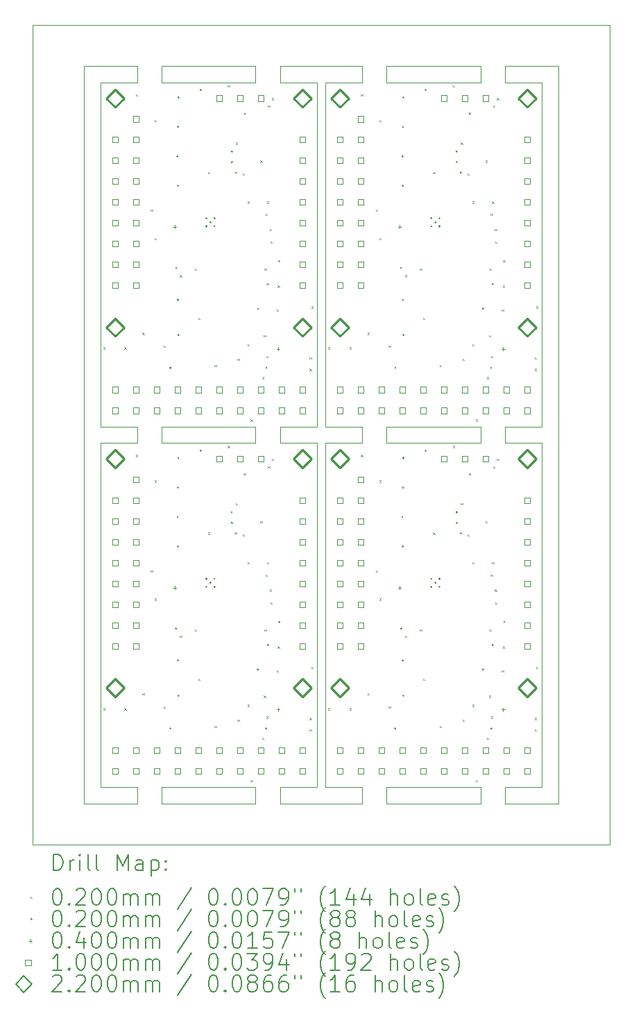
<source format=gbr>
%TF.GenerationSoftware,KiCad,Pcbnew,9.0.4*%
%TF.CreationDate,2025-08-20T19:39:29-04:00*%
%TF.ProjectId,jlcpcb_4x4,6a6c6370-6362-45f3-9478-342e6b696361,rev?*%
%TF.SameCoordinates,Original*%
%TF.FileFunction,Drillmap*%
%TF.FilePolarity,Positive*%
%FSLAX45Y45*%
G04 Gerber Fmt 4.5, Leading zero omitted, Abs format (unit mm)*
G04 Created by KiCad (PCBNEW 9.0.4) date 2025-08-20 19:39:29*
%MOMM*%
%LPD*%
G01*
G04 APERTURE LIST*
%ADD10C,0.100000*%
%ADD11C,0.200000*%
%ADD12C,0.220000*%
G04 APERTURE END LIST*
D10*
X827000Y-700000D02*
X827000Y-4900000D01*
X3473000Y-700000D02*
X3023000Y-700000D01*
X5469000Y-4999900D02*
X5469000Y-5000100D01*
X627000Y-500000D02*
X1277000Y-500000D01*
X5769000Y-4999900D02*
X5769000Y-4900000D01*
X4023000Y-9500000D02*
X3023000Y-9500000D01*
X4323000Y-4999900D02*
X4323000Y-4900000D01*
X1277000Y-500000D02*
X1277000Y-700000D01*
X2723000Y-5100000D02*
X1577000Y-5100000D01*
X4023000Y-4999900D02*
X4023000Y-5000100D01*
X5769000Y-9500000D02*
X5769000Y-9300000D01*
X3023000Y-5100000D02*
X3023000Y-5000100D01*
X5769000Y-9300000D02*
X6219000Y-9300000D01*
X827000Y-9300000D02*
X1277000Y-9300000D01*
X4023000Y-5000100D02*
X4023000Y-5100000D01*
X1277000Y-5000100D02*
X1277000Y-5100000D01*
X5769000Y-5100000D02*
X5769000Y-5000100D01*
X2723000Y-9500000D02*
X1577000Y-9500000D01*
X1277000Y-9300000D02*
X1277000Y-9500000D01*
X4023000Y-500000D02*
X4023000Y-700000D01*
X1577000Y-9300000D02*
X2723000Y-9300000D01*
X4023000Y-9300000D02*
X4023000Y-9500000D01*
X827000Y-5100000D02*
X827000Y-9300000D01*
X4023000Y-4900000D02*
X4023000Y-4999900D01*
X0Y-10000000D02*
X7046000Y-10000000D01*
X4323000Y-4900000D02*
X5469000Y-4900000D01*
X6219000Y-9300000D02*
X6219000Y-5100000D01*
X5469000Y-5000100D02*
X5469000Y-5100000D01*
X1277000Y-4900000D02*
X1277000Y-4999900D01*
X4323000Y-500000D02*
X5469000Y-500000D01*
X3023000Y-9300000D02*
X3473000Y-9300000D01*
X7046000Y-10000000D02*
X7046000Y0D01*
X2723000Y-4900000D02*
X2723000Y-4999900D01*
X3023000Y-4999900D02*
X3023000Y-4900000D01*
X3573000Y-9300000D02*
X4023000Y-9300000D01*
X5769000Y-4900000D02*
X6219000Y-4900000D01*
X4323000Y-5100000D02*
X4323000Y-5000100D01*
X1577000Y-5000100D02*
X1577000Y-4999900D01*
X3473000Y-9300000D02*
X3473000Y-5100000D01*
X4023000Y-5100000D02*
X3573000Y-5100000D01*
X4323000Y-700000D02*
X4323000Y-500000D01*
X627000Y-9500000D02*
X627000Y-500000D01*
X4323000Y-5000100D02*
X4323000Y-4999900D01*
X5469000Y-5100000D02*
X4323000Y-5100000D01*
X6419000Y-500000D02*
X6419000Y-9500000D01*
X1577000Y-5100000D02*
X1577000Y-5000100D01*
X2723000Y-4999900D02*
X2723000Y-5000100D01*
X1277000Y-700000D02*
X827000Y-700000D01*
X3023000Y-5000100D02*
X3023000Y-4999900D01*
X6219000Y-5100000D02*
X5769000Y-5100000D01*
X5469000Y-9300000D02*
X5469000Y-9500000D01*
X3023000Y-500000D02*
X4023000Y-500000D01*
X1577000Y-500000D02*
X2723000Y-500000D01*
X6219000Y-4900000D02*
X6219000Y-700000D01*
X6419000Y-9500000D02*
X5769000Y-9500000D01*
X5469000Y-9500000D02*
X4323000Y-9500000D01*
X5769000Y-700000D02*
X5769000Y-500000D01*
X1277000Y-5100000D02*
X827000Y-5100000D01*
X2723000Y-500000D02*
X2723000Y-700000D01*
X6219000Y-700000D02*
X5769000Y-700000D01*
X2723000Y-700000D02*
X1577000Y-700000D01*
X1277000Y-9500000D02*
X627000Y-9500000D01*
X0Y0D02*
X0Y-10000000D01*
X5469000Y-500000D02*
X5469000Y-700000D01*
X5469000Y-4900000D02*
X5469000Y-4999900D01*
X1577000Y-4900000D02*
X2723000Y-4900000D01*
X5469000Y-700000D02*
X4323000Y-700000D01*
X1577000Y-4999900D02*
X1577000Y-4900000D01*
X3023000Y-700000D02*
X3023000Y-500000D01*
X7046000Y0D02*
X0Y0D01*
X3573000Y-700000D02*
X3573000Y-4900000D01*
X3573000Y-4900000D02*
X4023000Y-4900000D01*
X3473000Y-4900000D02*
X3473000Y-700000D01*
X4323000Y-9500000D02*
X4323000Y-9300000D01*
X3023000Y-9500000D02*
X3023000Y-9300000D01*
X1277000Y-4999900D02*
X1277000Y-5000100D01*
X3473000Y-5100000D02*
X3023000Y-5100000D01*
X4323000Y-9300000D02*
X5469000Y-9300000D01*
X2723000Y-9300000D02*
X2723000Y-9500000D01*
X3573000Y-5100000D02*
X3573000Y-9300000D01*
X5769000Y-500000D02*
X6419000Y-500000D01*
X1577000Y-9500000D02*
X1577000Y-9300000D01*
X827000Y-4900000D02*
X1277000Y-4900000D01*
X5769000Y-5000100D02*
X5769000Y-4999900D01*
X4023000Y-700000D02*
X3573000Y-700000D01*
X3023000Y-4900000D02*
X3473000Y-4900000D01*
X2723000Y-5000100D02*
X2723000Y-5100000D01*
X1577000Y-700000D02*
X1577000Y-500000D01*
D11*
D10*
X862500Y-3933250D02*
X882500Y-3953250D01*
X882500Y-3933250D02*
X862500Y-3953250D01*
X862500Y-8333250D02*
X882500Y-8353250D01*
X882500Y-8333250D02*
X862500Y-8353250D01*
X1122500Y-3933250D02*
X1142500Y-3953250D01*
X1142500Y-3933250D02*
X1122500Y-3953250D01*
X1122500Y-8333250D02*
X1142500Y-8353250D01*
X1142500Y-8333250D02*
X1122500Y-8353250D01*
X1262500Y-843250D02*
X1282500Y-863250D01*
X1282500Y-843250D02*
X1262500Y-863250D01*
X1262500Y-5243250D02*
X1282500Y-5263250D01*
X1282500Y-5243250D02*
X1262500Y-5263250D01*
X1342500Y-3753250D02*
X1362500Y-3773250D01*
X1362500Y-3753250D02*
X1342500Y-3773250D01*
X1342500Y-8153250D02*
X1362500Y-8173250D01*
X1362500Y-8153250D02*
X1342500Y-8173250D01*
X1442500Y-2253250D02*
X1462500Y-2273250D01*
X1462500Y-2253250D02*
X1442500Y-2273250D01*
X1442500Y-6653250D02*
X1462500Y-6673250D01*
X1462500Y-6653250D02*
X1442500Y-6673250D01*
X1487467Y-2597901D02*
X1507467Y-2617901D01*
X1507467Y-2597901D02*
X1487467Y-2617901D01*
X1487467Y-6997901D02*
X1507467Y-7017901D01*
X1507467Y-6997901D02*
X1487467Y-7017901D01*
X1487500Y-1158250D02*
X1507500Y-1178250D01*
X1507500Y-1158250D02*
X1487500Y-1178250D01*
X1487500Y-5558250D02*
X1507500Y-5578250D01*
X1507500Y-5558250D02*
X1487500Y-5578250D01*
X1602500Y-3913250D02*
X1622500Y-3933250D01*
X1622500Y-3913250D02*
X1602500Y-3933250D01*
X1602500Y-8313250D02*
X1622500Y-8333250D01*
X1622500Y-8313250D02*
X1602500Y-8333250D01*
X1798766Y-3050776D02*
X1818766Y-3070776D01*
X1818766Y-3050776D02*
X1798766Y-3070776D01*
X1798766Y-7450776D02*
X1818766Y-7470776D01*
X1818766Y-7450776D02*
X1798766Y-7470776D01*
X1982500Y-2973250D02*
X2002500Y-2993250D01*
X2002500Y-2973250D02*
X1982500Y-2993250D01*
X1982500Y-7373250D02*
X2002500Y-7393250D01*
X2002500Y-7373250D02*
X1982500Y-7393250D01*
X2022500Y-3573250D02*
X2042500Y-3593250D01*
X2042500Y-3573250D02*
X2022500Y-3593250D01*
X2022500Y-7973250D02*
X2042500Y-7993250D01*
X2042500Y-7973250D02*
X2022500Y-7993250D01*
X2142500Y-1793250D02*
X2162500Y-1813250D01*
X2162500Y-1793250D02*
X2142500Y-1813250D01*
X2142500Y-6193250D02*
X2162500Y-6213250D01*
X2162500Y-6193250D02*
X2142500Y-6213250D01*
X2222500Y-4148250D02*
X2242500Y-4168250D01*
X2242500Y-4148250D02*
X2222500Y-4168250D01*
X2222500Y-8548250D02*
X2242500Y-8568250D01*
X2242500Y-8548250D02*
X2222500Y-8568250D01*
X2382500Y-733250D02*
X2402500Y-753250D01*
X2402500Y-733250D02*
X2382500Y-753250D01*
X2382500Y-5133250D02*
X2402500Y-5153250D01*
X2402500Y-5133250D02*
X2382500Y-5153250D01*
X2482500Y-1433250D02*
X2502500Y-1453250D01*
X2502500Y-1433250D02*
X2482500Y-1453250D01*
X2482500Y-5833250D02*
X2502500Y-5853250D01*
X2502500Y-5833250D02*
X2482500Y-5853250D01*
X2502500Y-4073250D02*
X2522500Y-4093250D01*
X2522500Y-4073250D02*
X2502500Y-4093250D01*
X2502500Y-8473250D02*
X2522500Y-8493250D01*
X2522500Y-8473250D02*
X2502500Y-8493250D01*
X2562500Y-1813250D02*
X2582500Y-1833250D01*
X2582500Y-1813250D02*
X2562500Y-1833250D01*
X2562500Y-6213250D02*
X2582500Y-6233250D01*
X2582500Y-6213250D02*
X2562500Y-6233250D01*
X2622500Y-2153250D02*
X2642500Y-2173250D01*
X2642500Y-2153250D02*
X2622500Y-2173250D01*
X2622500Y-3893250D02*
X2642500Y-3913250D01*
X2642500Y-3893250D02*
X2622500Y-3913250D01*
X2622500Y-6553250D02*
X2642500Y-6573250D01*
X2642500Y-6553250D02*
X2622500Y-6573250D01*
X2622500Y-8293250D02*
X2642500Y-8313250D01*
X2642500Y-8293250D02*
X2622500Y-8313250D01*
X2662500Y-4813250D02*
X2682500Y-4833250D01*
X2682500Y-4813250D02*
X2662500Y-4833250D01*
X2662500Y-9213250D02*
X2682500Y-9233250D01*
X2682500Y-9213250D02*
X2662500Y-9233250D01*
X2782500Y-1653250D02*
X2802500Y-1673250D01*
X2802500Y-1653250D02*
X2782500Y-1673250D01*
X2782500Y-6053250D02*
X2802500Y-6073250D01*
X2802500Y-6053250D02*
X2782500Y-6073250D01*
X2801155Y-4296971D02*
X2821155Y-4316971D01*
X2821155Y-4296971D02*
X2801155Y-4316971D01*
X2801155Y-8696971D02*
X2821155Y-8716971D01*
X2821155Y-8696971D02*
X2801155Y-8716971D01*
X2822500Y-3783250D02*
X2842500Y-3803250D01*
X2842500Y-3783250D02*
X2822500Y-3803250D01*
X2822500Y-8183250D02*
X2842500Y-8203250D01*
X2842500Y-8183250D02*
X2822500Y-8203250D01*
X2832500Y-2973250D02*
X2852500Y-2993250D01*
X2852500Y-2973250D02*
X2832500Y-2993250D01*
X2832500Y-7373250D02*
X2852500Y-7393250D01*
X2852500Y-7373250D02*
X2832500Y-7393250D01*
X2845058Y-2302846D02*
X2865058Y-2322846D01*
X2865058Y-2302846D02*
X2845058Y-2322846D01*
X2845058Y-6702846D02*
X2865058Y-6722846D01*
X2865058Y-6702846D02*
X2845058Y-6722846D01*
X2850391Y-4036907D02*
X2870391Y-4056907D01*
X2870391Y-4036907D02*
X2850391Y-4056907D01*
X2850391Y-8436908D02*
X2870391Y-8456908D01*
X2870391Y-8436908D02*
X2850391Y-8456908D01*
X2862500Y-2153250D02*
X2882500Y-2173250D01*
X2882500Y-2153250D02*
X2862500Y-2173250D01*
X2862500Y-6553250D02*
X2882500Y-6573250D01*
X2882500Y-6553250D02*
X2862500Y-6573250D01*
X2873375Y-982375D02*
X2893375Y-1002375D01*
X2893375Y-982375D02*
X2873375Y-1002375D01*
X2873375Y-5382375D02*
X2893375Y-5402375D01*
X2893375Y-5382375D02*
X2873375Y-5402375D01*
X2897357Y-2487052D02*
X2917357Y-2507052D01*
X2917357Y-2487052D02*
X2897357Y-2507052D01*
X2897357Y-6887052D02*
X2917357Y-6907052D01*
X2917357Y-6887052D02*
X2897357Y-6907052D01*
X2901946Y-2642905D02*
X2921946Y-2662905D01*
X2921946Y-2642905D02*
X2901946Y-2662905D01*
X2901946Y-7042905D02*
X2921946Y-7062905D01*
X2921946Y-7042905D02*
X2901946Y-7062905D01*
X2922500Y-893250D02*
X2942500Y-913250D01*
X2942500Y-893250D02*
X2922500Y-913250D01*
X2922500Y-5293250D02*
X2942500Y-5313250D01*
X2942500Y-5293250D02*
X2922500Y-5313250D01*
X2980500Y-3472591D02*
X3000500Y-3492591D01*
X3000500Y-3472591D02*
X2980500Y-3492591D01*
X2980500Y-7872591D02*
X3000500Y-7892591D01*
X3000500Y-7872591D02*
X2980500Y-7892591D01*
X2992500Y-3179841D02*
X3012500Y-3199841D01*
X3012500Y-3179841D02*
X2992500Y-3199841D01*
X2992500Y-7579841D02*
X3012500Y-7599841D01*
X3012500Y-7579841D02*
X2992500Y-7599841D01*
X3382500Y-4053250D02*
X3402500Y-4073250D01*
X3402500Y-4053250D02*
X3382500Y-4073250D01*
X3382500Y-4193250D02*
X3402500Y-4213250D01*
X3402500Y-4193250D02*
X3382500Y-4213250D01*
X3382500Y-8453250D02*
X3402500Y-8473250D01*
X3402500Y-8453250D02*
X3382500Y-8473250D01*
X3382500Y-8593250D02*
X3402500Y-8613250D01*
X3402500Y-8593250D02*
X3382500Y-8613250D01*
X3402500Y-3433250D02*
X3422500Y-3453250D01*
X3422500Y-3433250D02*
X3402500Y-3453250D01*
X3402500Y-7833250D02*
X3422500Y-7853250D01*
X3422500Y-7833250D02*
X3402500Y-7853250D01*
X3608500Y-3933250D02*
X3628500Y-3953250D01*
X3628500Y-3933250D02*
X3608500Y-3953250D01*
X3608500Y-8333250D02*
X3628500Y-8353250D01*
X3628500Y-8333250D02*
X3608500Y-8353250D01*
X3868500Y-3933250D02*
X3888500Y-3953250D01*
X3888500Y-3933250D02*
X3868500Y-3953250D01*
X3868500Y-8333250D02*
X3888500Y-8353250D01*
X3888500Y-8333250D02*
X3868500Y-8353250D01*
X4008500Y-843250D02*
X4028500Y-863250D01*
X4028500Y-843250D02*
X4008500Y-863250D01*
X4008500Y-5243250D02*
X4028500Y-5263250D01*
X4028500Y-5243250D02*
X4008500Y-5263250D01*
X4088500Y-3753250D02*
X4108500Y-3773250D01*
X4108500Y-3753250D02*
X4088500Y-3773250D01*
X4088500Y-8153250D02*
X4108500Y-8173250D01*
X4108500Y-8153250D02*
X4088500Y-8173250D01*
X4188500Y-2253250D02*
X4208500Y-2273250D01*
X4208500Y-2253250D02*
X4188500Y-2273250D01*
X4188500Y-6653250D02*
X4208500Y-6673250D01*
X4208500Y-6653250D02*
X4188500Y-6673250D01*
X4233467Y-2597901D02*
X4253467Y-2617901D01*
X4253467Y-2597901D02*
X4233467Y-2617901D01*
X4233467Y-6997901D02*
X4253467Y-7017901D01*
X4253467Y-6997901D02*
X4233467Y-7017901D01*
X4233500Y-1158250D02*
X4253500Y-1178250D01*
X4253500Y-1158250D02*
X4233500Y-1178250D01*
X4233500Y-5558250D02*
X4253500Y-5578250D01*
X4253500Y-5558250D02*
X4233500Y-5578250D01*
X4348500Y-3913250D02*
X4368500Y-3933250D01*
X4368500Y-3913250D02*
X4348500Y-3933250D01*
X4348500Y-8313250D02*
X4368500Y-8333250D01*
X4368500Y-8313250D02*
X4348500Y-8333250D01*
X4544766Y-3050776D02*
X4564766Y-3070776D01*
X4564766Y-3050776D02*
X4544766Y-3070776D01*
X4544766Y-7450776D02*
X4564766Y-7470776D01*
X4564766Y-7450776D02*
X4544766Y-7470776D01*
X4728500Y-2973250D02*
X4748500Y-2993250D01*
X4748500Y-2973250D02*
X4728500Y-2993250D01*
X4728500Y-7373250D02*
X4748500Y-7393250D01*
X4748500Y-7373250D02*
X4728500Y-7393250D01*
X4768500Y-3573250D02*
X4788500Y-3593250D01*
X4788500Y-3573250D02*
X4768500Y-3593250D01*
X4768500Y-7973250D02*
X4788500Y-7993250D01*
X4788500Y-7973250D02*
X4768500Y-7993250D01*
X4888500Y-1793250D02*
X4908500Y-1813250D01*
X4908500Y-1793250D02*
X4888500Y-1813250D01*
X4888500Y-6193250D02*
X4908500Y-6213250D01*
X4908500Y-6193250D02*
X4888500Y-6213250D01*
X4968500Y-4148250D02*
X4988500Y-4168250D01*
X4988500Y-4148250D02*
X4968500Y-4168250D01*
X4968500Y-8548250D02*
X4988500Y-8568250D01*
X4988500Y-8548250D02*
X4968500Y-8568250D01*
X5128500Y-733250D02*
X5148500Y-753250D01*
X5148500Y-733250D02*
X5128500Y-753250D01*
X5128500Y-5133250D02*
X5148500Y-5153250D01*
X5148500Y-5133250D02*
X5128500Y-5153250D01*
X5228500Y-1433250D02*
X5248500Y-1453250D01*
X5248500Y-1433250D02*
X5228500Y-1453250D01*
X5228500Y-5833250D02*
X5248500Y-5853250D01*
X5248500Y-5833250D02*
X5228500Y-5853250D01*
X5248500Y-4073250D02*
X5268500Y-4093250D01*
X5268500Y-4073250D02*
X5248500Y-4093250D01*
X5248500Y-8473250D02*
X5268500Y-8493250D01*
X5268500Y-8473250D02*
X5248500Y-8493250D01*
X5308500Y-1813250D02*
X5328500Y-1833250D01*
X5328500Y-1813250D02*
X5308500Y-1833250D01*
X5308500Y-6213250D02*
X5328500Y-6233250D01*
X5328500Y-6213250D02*
X5308500Y-6233250D01*
X5368500Y-2153250D02*
X5388500Y-2173250D01*
X5388500Y-2153250D02*
X5368500Y-2173250D01*
X5368500Y-3893250D02*
X5388500Y-3913250D01*
X5388500Y-3893250D02*
X5368500Y-3913250D01*
X5368500Y-6553250D02*
X5388500Y-6573250D01*
X5388500Y-6553250D02*
X5368500Y-6573250D01*
X5368500Y-8293250D02*
X5388500Y-8313250D01*
X5388500Y-8293250D02*
X5368500Y-8313250D01*
X5408500Y-4813250D02*
X5428500Y-4833250D01*
X5428500Y-4813250D02*
X5408500Y-4833250D01*
X5408500Y-9213250D02*
X5428500Y-9233250D01*
X5428500Y-9213250D02*
X5408500Y-9233250D01*
X5528500Y-1653250D02*
X5548500Y-1673250D01*
X5548500Y-1653250D02*
X5528500Y-1673250D01*
X5528500Y-6053250D02*
X5548500Y-6073250D01*
X5548500Y-6053250D02*
X5528500Y-6073250D01*
X5547155Y-4296971D02*
X5567155Y-4316971D01*
X5567155Y-4296971D02*
X5547155Y-4316971D01*
X5547155Y-8696971D02*
X5567155Y-8716971D01*
X5567155Y-8696971D02*
X5547155Y-8716971D01*
X5568500Y-3783250D02*
X5588500Y-3803250D01*
X5588500Y-3783250D02*
X5568500Y-3803250D01*
X5568500Y-8183250D02*
X5588500Y-8203250D01*
X5588500Y-8183250D02*
X5568500Y-8203250D01*
X5578500Y-2973250D02*
X5598500Y-2993250D01*
X5598500Y-2973250D02*
X5578500Y-2993250D01*
X5578500Y-7373250D02*
X5598500Y-7393250D01*
X5598500Y-7373250D02*
X5578500Y-7393250D01*
X5591058Y-2302846D02*
X5611058Y-2322846D01*
X5611058Y-2302846D02*
X5591058Y-2322846D01*
X5591058Y-6702846D02*
X5611058Y-6722846D01*
X5611058Y-6702846D02*
X5591058Y-6722846D01*
X5596391Y-4036907D02*
X5616391Y-4056907D01*
X5616391Y-4036907D02*
X5596391Y-4056907D01*
X5596391Y-8436908D02*
X5616391Y-8456908D01*
X5616391Y-8436908D02*
X5596391Y-8456908D01*
X5608500Y-2153250D02*
X5628500Y-2173250D01*
X5628500Y-2153250D02*
X5608500Y-2173250D01*
X5608500Y-6553250D02*
X5628500Y-6573250D01*
X5628500Y-6553250D02*
X5608500Y-6573250D01*
X5619375Y-982375D02*
X5639375Y-1002375D01*
X5639375Y-982375D02*
X5619375Y-1002375D01*
X5619375Y-5382375D02*
X5639375Y-5402375D01*
X5639375Y-5382375D02*
X5619375Y-5402375D01*
X5643357Y-2487052D02*
X5663357Y-2507052D01*
X5663357Y-2487052D02*
X5643357Y-2507052D01*
X5643357Y-6887052D02*
X5663357Y-6907052D01*
X5663357Y-6887052D02*
X5643357Y-6907052D01*
X5647946Y-2642905D02*
X5667946Y-2662905D01*
X5667946Y-2642905D02*
X5647946Y-2662905D01*
X5647946Y-7042905D02*
X5667946Y-7062905D01*
X5667946Y-7042905D02*
X5647946Y-7062905D01*
X5668500Y-893250D02*
X5688500Y-913250D01*
X5688500Y-893250D02*
X5668500Y-913250D01*
X5668500Y-5293250D02*
X5688500Y-5313250D01*
X5688500Y-5293250D02*
X5668500Y-5313250D01*
X5726500Y-3472591D02*
X5746500Y-3492591D01*
X5746500Y-3472591D02*
X5726500Y-3492591D01*
X5726500Y-7872591D02*
X5746500Y-7892591D01*
X5746500Y-7872591D02*
X5726500Y-7892591D01*
X5738500Y-3179841D02*
X5758500Y-3199841D01*
X5758500Y-3179841D02*
X5738500Y-3199841D01*
X5738500Y-7579841D02*
X5758500Y-7599841D01*
X5758500Y-7579841D02*
X5738500Y-7599841D01*
X6128500Y-4053250D02*
X6148500Y-4073250D01*
X6148500Y-4053250D02*
X6128500Y-4073250D01*
X6128500Y-4193250D02*
X6148500Y-4213250D01*
X6148500Y-4193250D02*
X6128500Y-4213250D01*
X6128500Y-8453250D02*
X6148500Y-8473250D01*
X6148500Y-8453250D02*
X6128500Y-8473250D01*
X6128500Y-8593250D02*
X6148500Y-8613250D01*
X6148500Y-8593250D02*
X6128500Y-8613250D01*
X6148500Y-3433250D02*
X6168500Y-3453250D01*
X6168500Y-3433250D02*
X6148500Y-3453250D01*
X6148500Y-7833250D02*
X6168500Y-7853250D01*
X6168500Y-7833250D02*
X6148500Y-7853250D01*
X1692500Y-4183250D02*
G75*
G02*
X1672500Y-4183250I-10000J0D01*
G01*
X1672500Y-4183250D02*
G75*
G02*
X1692500Y-4183250I10000J0D01*
G01*
X1692500Y-8583250D02*
G75*
G02*
X1672500Y-8583250I-10000J0D01*
G01*
X1672500Y-8583250D02*
G75*
G02*
X1692500Y-8583250I10000J0D01*
G01*
X1762500Y-2963250D02*
G75*
G02*
X1742500Y-2963250I-10000J0D01*
G01*
X1742500Y-2963250D02*
G75*
G02*
X1762500Y-2963250I10000J0D01*
G01*
X1762500Y-7363250D02*
G75*
G02*
X1742500Y-7363250I-10000J0D01*
G01*
X1742500Y-7363250D02*
G75*
G02*
X1762500Y-7363250I10000J0D01*
G01*
X1778750Y-1603250D02*
G75*
G02*
X1758750Y-1603250I-10000J0D01*
G01*
X1758750Y-1603250D02*
G75*
G02*
X1778750Y-1603250I10000J0D01*
G01*
X1778750Y-6003250D02*
G75*
G02*
X1758750Y-6003250I-10000J0D01*
G01*
X1758750Y-6003250D02*
G75*
G02*
X1778750Y-6003250I10000J0D01*
G01*
X1785000Y-1963250D02*
G75*
G02*
X1765000Y-1963250I-10000J0D01*
G01*
X1765000Y-1963250D02*
G75*
G02*
X1785000Y-1963250I10000J0D01*
G01*
X1785000Y-3353250D02*
G75*
G02*
X1765000Y-3353250I-10000J0D01*
G01*
X1765000Y-3353250D02*
G75*
G02*
X1785000Y-3353250I10000J0D01*
G01*
X1785000Y-6363250D02*
G75*
G02*
X1765000Y-6363250I-10000J0D01*
G01*
X1765000Y-6363250D02*
G75*
G02*
X1785000Y-6363250I10000J0D01*
G01*
X1785000Y-7753250D02*
G75*
G02*
X1765000Y-7753250I-10000J0D01*
G01*
X1765000Y-7753250D02*
G75*
G02*
X1785000Y-7753250I10000J0D01*
G01*
X1786000Y-1243250D02*
G75*
G02*
X1766000Y-1243250I-10000J0D01*
G01*
X1766000Y-1243250D02*
G75*
G02*
X1786000Y-1243250I10000J0D01*
G01*
X1786000Y-5643250D02*
G75*
G02*
X1766000Y-5643250I-10000J0D01*
G01*
X1766000Y-5643250D02*
G75*
G02*
X1786000Y-5643250I10000J0D01*
G01*
X1790750Y-883250D02*
G75*
G02*
X1770750Y-883250I-10000J0D01*
G01*
X1770750Y-883250D02*
G75*
G02*
X1790750Y-883250I10000J0D01*
G01*
X1790750Y-5283250D02*
G75*
G02*
X1770750Y-5283250I-10000J0D01*
G01*
X1770750Y-5283250D02*
G75*
G02*
X1790750Y-5283250I10000J0D01*
G01*
X1792500Y-3783250D02*
G75*
G02*
X1772500Y-3783250I-10000J0D01*
G01*
X1772500Y-3783250D02*
G75*
G02*
X1792500Y-3783250I10000J0D01*
G01*
X1792500Y-8183250D02*
G75*
G02*
X1772500Y-8183250I-10000J0D01*
G01*
X1772500Y-8183250D02*
G75*
G02*
X1792500Y-8183250I10000J0D01*
G01*
X2062500Y-793250D02*
G75*
G02*
X2042500Y-793250I-10000J0D01*
G01*
X2042500Y-793250D02*
G75*
G02*
X2062500Y-793250I10000J0D01*
G01*
X2062500Y-5193250D02*
G75*
G02*
X2042500Y-5193250I-10000J0D01*
G01*
X2042500Y-5193250D02*
G75*
G02*
X2062500Y-5193250I10000J0D01*
G01*
X2131554Y-2356849D02*
G75*
G02*
X2111554Y-2356849I-10000J0D01*
G01*
X2111554Y-2356849D02*
G75*
G02*
X2131554Y-2356849I10000J0D01*
G01*
X2131554Y-2455844D02*
G75*
G02*
X2111554Y-2455844I-10000J0D01*
G01*
X2111554Y-2455844D02*
G75*
G02*
X2131554Y-2455844I10000J0D01*
G01*
X2131554Y-6756849D02*
G75*
G02*
X2111554Y-6756849I-10000J0D01*
G01*
X2111554Y-6756849D02*
G75*
G02*
X2131554Y-6756849I10000J0D01*
G01*
X2131554Y-6855844D02*
G75*
G02*
X2111554Y-6855844I-10000J0D01*
G01*
X2111554Y-6855844D02*
G75*
G02*
X2131554Y-6855844I10000J0D01*
G01*
X2181051Y-2406347D02*
G75*
G02*
X2161051Y-2406347I-10000J0D01*
G01*
X2161051Y-2406347D02*
G75*
G02*
X2181051Y-2406347I10000J0D01*
G01*
X2181051Y-6806347D02*
G75*
G02*
X2161051Y-6806347I-10000J0D01*
G01*
X2161051Y-6806347D02*
G75*
G02*
X2181051Y-6806347I10000J0D01*
G01*
X2230549Y-2356849D02*
G75*
G02*
X2210549Y-2356849I-10000J0D01*
G01*
X2210549Y-2356849D02*
G75*
G02*
X2230549Y-2356849I10000J0D01*
G01*
X2230549Y-2455844D02*
G75*
G02*
X2210549Y-2455844I-10000J0D01*
G01*
X2210549Y-2455844D02*
G75*
G02*
X2230549Y-2455844I10000J0D01*
G01*
X2230549Y-6756849D02*
G75*
G02*
X2210549Y-6756849I-10000J0D01*
G01*
X2210549Y-6756849D02*
G75*
G02*
X2230549Y-6756849I10000J0D01*
G01*
X2230549Y-6855844D02*
G75*
G02*
X2210549Y-6855844I-10000J0D01*
G01*
X2210549Y-6855844D02*
G75*
G02*
X2230549Y-6855844I10000J0D01*
G01*
X2442500Y-1543250D02*
G75*
G02*
X2422500Y-1543250I-10000J0D01*
G01*
X2422500Y-1543250D02*
G75*
G02*
X2442500Y-1543250I10000J0D01*
G01*
X2442500Y-1673250D02*
G75*
G02*
X2422500Y-1673250I-10000J0D01*
G01*
X2422500Y-1673250D02*
G75*
G02*
X2442500Y-1673250I10000J0D01*
G01*
X2442500Y-5943250D02*
G75*
G02*
X2422500Y-5943250I-10000J0D01*
G01*
X2422500Y-5943250D02*
G75*
G02*
X2442500Y-5943250I10000J0D01*
G01*
X2442500Y-6073250D02*
G75*
G02*
X2422500Y-6073250I-10000J0D01*
G01*
X2422500Y-6073250D02*
G75*
G02*
X2442500Y-6073250I10000J0D01*
G01*
X2492500Y-1803250D02*
G75*
G02*
X2472500Y-1803250I-10000J0D01*
G01*
X2472500Y-1803250D02*
G75*
G02*
X2492500Y-1803250I10000J0D01*
G01*
X2492500Y-6203250D02*
G75*
G02*
X2472500Y-6203250I-10000J0D01*
G01*
X2472500Y-6203250D02*
G75*
G02*
X2492500Y-6203250I10000J0D01*
G01*
X2602500Y-1083250D02*
G75*
G02*
X2582500Y-1083250I-10000J0D01*
G01*
X2582500Y-1083250D02*
G75*
G02*
X2602500Y-1083250I10000J0D01*
G01*
X2602500Y-5483250D02*
G75*
G02*
X2582500Y-5483250I-10000J0D01*
G01*
X2582500Y-5483250D02*
G75*
G02*
X2602500Y-5483250I10000J0D01*
G01*
X2762500Y-3463250D02*
G75*
G02*
X2742500Y-3463250I-10000J0D01*
G01*
X2742500Y-3463250D02*
G75*
G02*
X2762500Y-3463250I10000J0D01*
G01*
X2762500Y-7863250D02*
G75*
G02*
X2742500Y-7863250I-10000J0D01*
G01*
X2742500Y-7863250D02*
G75*
G02*
X2762500Y-7863250I10000J0D01*
G01*
X2862500Y-4183250D02*
G75*
G02*
X2842500Y-4183250I-10000J0D01*
G01*
X2842500Y-4183250D02*
G75*
G02*
X2862500Y-4183250I10000J0D01*
G01*
X2862500Y-8583250D02*
G75*
G02*
X2842500Y-8583250I-10000J0D01*
G01*
X2842500Y-8583250D02*
G75*
G02*
X2862500Y-8583250I10000J0D01*
G01*
X2882500Y-3163250D02*
G75*
G02*
X2862500Y-3163250I-10000J0D01*
G01*
X2862500Y-3163250D02*
G75*
G02*
X2882500Y-3163250I10000J0D01*
G01*
X2882500Y-7563250D02*
G75*
G02*
X2862500Y-7563250I-10000J0D01*
G01*
X2862500Y-7563250D02*
G75*
G02*
X2882500Y-7563250I10000J0D01*
G01*
X3022500Y-2883250D02*
G75*
G02*
X3002500Y-2883250I-10000J0D01*
G01*
X3002500Y-2883250D02*
G75*
G02*
X3022500Y-2883250I10000J0D01*
G01*
X3022500Y-7283250D02*
G75*
G02*
X3002500Y-7283250I-10000J0D01*
G01*
X3002500Y-7283250D02*
G75*
G02*
X3022500Y-7283250I10000J0D01*
G01*
X4438500Y-4183250D02*
G75*
G02*
X4418500Y-4183250I-10000J0D01*
G01*
X4418500Y-4183250D02*
G75*
G02*
X4438500Y-4183250I10000J0D01*
G01*
X4438500Y-8583250D02*
G75*
G02*
X4418500Y-8583250I-10000J0D01*
G01*
X4418500Y-8583250D02*
G75*
G02*
X4438500Y-8583250I10000J0D01*
G01*
X4508500Y-2963250D02*
G75*
G02*
X4488500Y-2963250I-10000J0D01*
G01*
X4488500Y-2963250D02*
G75*
G02*
X4508500Y-2963250I10000J0D01*
G01*
X4508500Y-7363250D02*
G75*
G02*
X4488500Y-7363250I-10000J0D01*
G01*
X4488500Y-7363250D02*
G75*
G02*
X4508500Y-7363250I10000J0D01*
G01*
X4524750Y-1603250D02*
G75*
G02*
X4504750Y-1603250I-10000J0D01*
G01*
X4504750Y-1603250D02*
G75*
G02*
X4524750Y-1603250I10000J0D01*
G01*
X4524750Y-6003250D02*
G75*
G02*
X4504750Y-6003250I-10000J0D01*
G01*
X4504750Y-6003250D02*
G75*
G02*
X4524750Y-6003250I10000J0D01*
G01*
X4531000Y-1963250D02*
G75*
G02*
X4511000Y-1963250I-10000J0D01*
G01*
X4511000Y-1963250D02*
G75*
G02*
X4531000Y-1963250I10000J0D01*
G01*
X4531000Y-3353250D02*
G75*
G02*
X4511000Y-3353250I-10000J0D01*
G01*
X4511000Y-3353250D02*
G75*
G02*
X4531000Y-3353250I10000J0D01*
G01*
X4531000Y-6363250D02*
G75*
G02*
X4511000Y-6363250I-10000J0D01*
G01*
X4511000Y-6363250D02*
G75*
G02*
X4531000Y-6363250I10000J0D01*
G01*
X4531000Y-7753250D02*
G75*
G02*
X4511000Y-7753250I-10000J0D01*
G01*
X4511000Y-7753250D02*
G75*
G02*
X4531000Y-7753250I10000J0D01*
G01*
X4532000Y-1243250D02*
G75*
G02*
X4512000Y-1243250I-10000J0D01*
G01*
X4512000Y-1243250D02*
G75*
G02*
X4532000Y-1243250I10000J0D01*
G01*
X4532000Y-5643250D02*
G75*
G02*
X4512000Y-5643250I-10000J0D01*
G01*
X4512000Y-5643250D02*
G75*
G02*
X4532000Y-5643250I10000J0D01*
G01*
X4536750Y-883250D02*
G75*
G02*
X4516750Y-883250I-10000J0D01*
G01*
X4516750Y-883250D02*
G75*
G02*
X4536750Y-883250I10000J0D01*
G01*
X4536750Y-5283250D02*
G75*
G02*
X4516750Y-5283250I-10000J0D01*
G01*
X4516750Y-5283250D02*
G75*
G02*
X4536750Y-5283250I10000J0D01*
G01*
X4538500Y-3783250D02*
G75*
G02*
X4518500Y-3783250I-10000J0D01*
G01*
X4518500Y-3783250D02*
G75*
G02*
X4538500Y-3783250I10000J0D01*
G01*
X4538500Y-8183250D02*
G75*
G02*
X4518500Y-8183250I-10000J0D01*
G01*
X4518500Y-8183250D02*
G75*
G02*
X4538500Y-8183250I10000J0D01*
G01*
X4808500Y-793250D02*
G75*
G02*
X4788500Y-793250I-10000J0D01*
G01*
X4788500Y-793250D02*
G75*
G02*
X4808500Y-793250I10000J0D01*
G01*
X4808500Y-5193250D02*
G75*
G02*
X4788500Y-5193250I-10000J0D01*
G01*
X4788500Y-5193250D02*
G75*
G02*
X4808500Y-5193250I10000J0D01*
G01*
X4877554Y-2356849D02*
G75*
G02*
X4857554Y-2356849I-10000J0D01*
G01*
X4857554Y-2356849D02*
G75*
G02*
X4877554Y-2356849I10000J0D01*
G01*
X4877554Y-2455844D02*
G75*
G02*
X4857554Y-2455844I-10000J0D01*
G01*
X4857554Y-2455844D02*
G75*
G02*
X4877554Y-2455844I10000J0D01*
G01*
X4877554Y-6756849D02*
G75*
G02*
X4857554Y-6756849I-10000J0D01*
G01*
X4857554Y-6756849D02*
G75*
G02*
X4877554Y-6756849I10000J0D01*
G01*
X4877554Y-6855844D02*
G75*
G02*
X4857554Y-6855844I-10000J0D01*
G01*
X4857554Y-6855844D02*
G75*
G02*
X4877554Y-6855844I10000J0D01*
G01*
X4927051Y-2406347D02*
G75*
G02*
X4907051Y-2406347I-10000J0D01*
G01*
X4907051Y-2406347D02*
G75*
G02*
X4927051Y-2406347I10000J0D01*
G01*
X4927051Y-6806347D02*
G75*
G02*
X4907051Y-6806347I-10000J0D01*
G01*
X4907051Y-6806347D02*
G75*
G02*
X4927051Y-6806347I10000J0D01*
G01*
X4976549Y-2356849D02*
G75*
G02*
X4956549Y-2356849I-10000J0D01*
G01*
X4956549Y-2356849D02*
G75*
G02*
X4976549Y-2356849I10000J0D01*
G01*
X4976549Y-2455844D02*
G75*
G02*
X4956549Y-2455844I-10000J0D01*
G01*
X4956549Y-2455844D02*
G75*
G02*
X4976549Y-2455844I10000J0D01*
G01*
X4976549Y-6756849D02*
G75*
G02*
X4956549Y-6756849I-10000J0D01*
G01*
X4956549Y-6756849D02*
G75*
G02*
X4976549Y-6756849I10000J0D01*
G01*
X4976549Y-6855844D02*
G75*
G02*
X4956549Y-6855844I-10000J0D01*
G01*
X4956549Y-6855844D02*
G75*
G02*
X4976549Y-6855844I10000J0D01*
G01*
X5188500Y-1543250D02*
G75*
G02*
X5168500Y-1543250I-10000J0D01*
G01*
X5168500Y-1543250D02*
G75*
G02*
X5188500Y-1543250I10000J0D01*
G01*
X5188500Y-1673250D02*
G75*
G02*
X5168500Y-1673250I-10000J0D01*
G01*
X5168500Y-1673250D02*
G75*
G02*
X5188500Y-1673250I10000J0D01*
G01*
X5188500Y-5943250D02*
G75*
G02*
X5168500Y-5943250I-10000J0D01*
G01*
X5168500Y-5943250D02*
G75*
G02*
X5188500Y-5943250I10000J0D01*
G01*
X5188500Y-6073250D02*
G75*
G02*
X5168500Y-6073250I-10000J0D01*
G01*
X5168500Y-6073250D02*
G75*
G02*
X5188500Y-6073250I10000J0D01*
G01*
X5238500Y-1803250D02*
G75*
G02*
X5218500Y-1803250I-10000J0D01*
G01*
X5218500Y-1803250D02*
G75*
G02*
X5238500Y-1803250I10000J0D01*
G01*
X5238500Y-6203250D02*
G75*
G02*
X5218500Y-6203250I-10000J0D01*
G01*
X5218500Y-6203250D02*
G75*
G02*
X5238500Y-6203250I10000J0D01*
G01*
X5348500Y-1083250D02*
G75*
G02*
X5328500Y-1083250I-10000J0D01*
G01*
X5328500Y-1083250D02*
G75*
G02*
X5348500Y-1083250I10000J0D01*
G01*
X5348500Y-5483250D02*
G75*
G02*
X5328500Y-5483250I-10000J0D01*
G01*
X5328500Y-5483250D02*
G75*
G02*
X5348500Y-5483250I10000J0D01*
G01*
X5508500Y-3463250D02*
G75*
G02*
X5488500Y-3463250I-10000J0D01*
G01*
X5488500Y-3463250D02*
G75*
G02*
X5508500Y-3463250I10000J0D01*
G01*
X5508500Y-7863250D02*
G75*
G02*
X5488500Y-7863250I-10000J0D01*
G01*
X5488500Y-7863250D02*
G75*
G02*
X5508500Y-7863250I10000J0D01*
G01*
X5608500Y-4183250D02*
G75*
G02*
X5588500Y-4183250I-10000J0D01*
G01*
X5588500Y-4183250D02*
G75*
G02*
X5608500Y-4183250I10000J0D01*
G01*
X5608500Y-8583250D02*
G75*
G02*
X5588500Y-8583250I-10000J0D01*
G01*
X5588500Y-8583250D02*
G75*
G02*
X5608500Y-8583250I10000J0D01*
G01*
X5628500Y-3163250D02*
G75*
G02*
X5608500Y-3163250I-10000J0D01*
G01*
X5608500Y-3163250D02*
G75*
G02*
X5628500Y-3163250I10000J0D01*
G01*
X5628500Y-7563250D02*
G75*
G02*
X5608500Y-7563250I-10000J0D01*
G01*
X5608500Y-7563250D02*
G75*
G02*
X5628500Y-7563250I10000J0D01*
G01*
X5768500Y-2883250D02*
G75*
G02*
X5748500Y-2883250I-10000J0D01*
G01*
X5748500Y-2883250D02*
G75*
G02*
X5768500Y-2883250I10000J0D01*
G01*
X5768500Y-7283250D02*
G75*
G02*
X5748500Y-7283250I-10000J0D01*
G01*
X5748500Y-7283250D02*
G75*
G02*
X5768500Y-7283250I10000J0D01*
G01*
X1735000Y-2443250D02*
X1735000Y-2483250D01*
X1715000Y-2463250D02*
X1755000Y-2463250D01*
X1735000Y-6843250D02*
X1735000Y-6883250D01*
X1715000Y-6863250D02*
X1755000Y-6863250D01*
X2998500Y-3931782D02*
X2998500Y-3971782D01*
X2978500Y-3951782D02*
X3018500Y-3951782D01*
X2998500Y-8331782D02*
X2998500Y-8371782D01*
X2978500Y-8351782D02*
X3018500Y-8351782D01*
X4481000Y-2443250D02*
X4481000Y-2483250D01*
X4461000Y-2463250D02*
X4501000Y-2463250D01*
X4481000Y-6843250D02*
X4481000Y-6883250D01*
X4461000Y-6863250D02*
X4501000Y-6863250D01*
X5744500Y-3931782D02*
X5744500Y-3971782D01*
X5724500Y-3951782D02*
X5764500Y-3951782D01*
X5744500Y-8331782D02*
X5744500Y-8371782D01*
X5724500Y-8351782D02*
X5764500Y-8351782D01*
X1041856Y-4484856D02*
X1041856Y-4414144D01*
X971144Y-4414144D01*
X971144Y-4484856D01*
X1041856Y-4484856D01*
X1041856Y-4738856D02*
X1041856Y-4668144D01*
X971144Y-4668144D01*
X971144Y-4738856D01*
X1041856Y-4738856D01*
X1041856Y-8884856D02*
X1041856Y-8814144D01*
X971144Y-8814144D01*
X971144Y-8884856D01*
X1041856Y-8884856D01*
X1041856Y-9138856D02*
X1041856Y-9068144D01*
X971144Y-9068144D01*
X971144Y-9138856D01*
X1041856Y-9138856D01*
X1042356Y-1435856D02*
X1042356Y-1365144D01*
X971644Y-1365144D01*
X971644Y-1435856D01*
X1042356Y-1435856D01*
X1042356Y-1689856D02*
X1042356Y-1619144D01*
X971644Y-1619144D01*
X971644Y-1689856D01*
X1042356Y-1689856D01*
X1042356Y-1943856D02*
X1042356Y-1873144D01*
X971644Y-1873144D01*
X971644Y-1943856D01*
X1042356Y-1943856D01*
X1042356Y-2197856D02*
X1042356Y-2127144D01*
X971644Y-2127144D01*
X971644Y-2197856D01*
X1042356Y-2197856D01*
X1042356Y-2451856D02*
X1042356Y-2381144D01*
X971644Y-2381144D01*
X971644Y-2451856D01*
X1042356Y-2451856D01*
X1042356Y-2705856D02*
X1042356Y-2635144D01*
X971644Y-2635144D01*
X971644Y-2705856D01*
X1042356Y-2705856D01*
X1042356Y-2959856D02*
X1042356Y-2889144D01*
X971644Y-2889144D01*
X971644Y-2959856D01*
X1042356Y-2959856D01*
X1042356Y-3213856D02*
X1042356Y-3143144D01*
X971644Y-3143144D01*
X971644Y-3213856D01*
X1042356Y-3213856D01*
X1042356Y-5835856D02*
X1042356Y-5765144D01*
X971644Y-5765144D01*
X971644Y-5835856D01*
X1042356Y-5835856D01*
X1042356Y-6089856D02*
X1042356Y-6019144D01*
X971644Y-6019144D01*
X971644Y-6089856D01*
X1042356Y-6089856D01*
X1042356Y-6343856D02*
X1042356Y-6273144D01*
X971644Y-6273144D01*
X971644Y-6343856D01*
X1042356Y-6343856D01*
X1042356Y-6597856D02*
X1042356Y-6527144D01*
X971644Y-6527144D01*
X971644Y-6597856D01*
X1042356Y-6597856D01*
X1042356Y-6851856D02*
X1042356Y-6781144D01*
X971644Y-6781144D01*
X971644Y-6851856D01*
X1042356Y-6851856D01*
X1042356Y-7105856D02*
X1042356Y-7035144D01*
X971644Y-7035144D01*
X971644Y-7105856D01*
X1042356Y-7105856D01*
X1042356Y-7359856D02*
X1042356Y-7289144D01*
X971644Y-7289144D01*
X971644Y-7359856D01*
X1042356Y-7359856D01*
X1042356Y-7613856D02*
X1042356Y-7543144D01*
X971644Y-7543144D01*
X971644Y-7613856D01*
X1042356Y-7613856D01*
X1295856Y-4484856D02*
X1295856Y-4414144D01*
X1225144Y-4414144D01*
X1225144Y-4484856D01*
X1295856Y-4484856D01*
X1295856Y-4738856D02*
X1295856Y-4668144D01*
X1225144Y-4668144D01*
X1225144Y-4738856D01*
X1295856Y-4738856D01*
X1295856Y-8884856D02*
X1295856Y-8814144D01*
X1225144Y-8814144D01*
X1225144Y-8884856D01*
X1295856Y-8884856D01*
X1295856Y-9138856D02*
X1295856Y-9068144D01*
X1225144Y-9068144D01*
X1225144Y-9138856D01*
X1295856Y-9138856D01*
X1296356Y-1183356D02*
X1296356Y-1112644D01*
X1225644Y-1112644D01*
X1225644Y-1183356D01*
X1296356Y-1183356D01*
X1296356Y-1435856D02*
X1296356Y-1365144D01*
X1225644Y-1365144D01*
X1225644Y-1435856D01*
X1296356Y-1435856D01*
X1296356Y-1689856D02*
X1296356Y-1619144D01*
X1225644Y-1619144D01*
X1225644Y-1689856D01*
X1296356Y-1689856D01*
X1296356Y-1943856D02*
X1296356Y-1873144D01*
X1225644Y-1873144D01*
X1225644Y-1943856D01*
X1296356Y-1943856D01*
X1296356Y-2197856D02*
X1296356Y-2127144D01*
X1225644Y-2127144D01*
X1225644Y-2197856D01*
X1296356Y-2197856D01*
X1296356Y-2451856D02*
X1296356Y-2381144D01*
X1225644Y-2381144D01*
X1225644Y-2451856D01*
X1296356Y-2451856D01*
X1296356Y-2705856D02*
X1296356Y-2635144D01*
X1225644Y-2635144D01*
X1225644Y-2705856D01*
X1296356Y-2705856D01*
X1296356Y-2959856D02*
X1296356Y-2889144D01*
X1225644Y-2889144D01*
X1225644Y-2959856D01*
X1296356Y-2959856D01*
X1296356Y-3213856D02*
X1296356Y-3143144D01*
X1225644Y-3143144D01*
X1225644Y-3213856D01*
X1296356Y-3213856D01*
X1296356Y-5583356D02*
X1296356Y-5512644D01*
X1225644Y-5512644D01*
X1225644Y-5583356D01*
X1296356Y-5583356D01*
X1296356Y-5835856D02*
X1296356Y-5765144D01*
X1225644Y-5765144D01*
X1225644Y-5835856D01*
X1296356Y-5835856D01*
X1296356Y-6089856D02*
X1296356Y-6019144D01*
X1225644Y-6019144D01*
X1225644Y-6089856D01*
X1296356Y-6089856D01*
X1296356Y-6343856D02*
X1296356Y-6273144D01*
X1225644Y-6273144D01*
X1225644Y-6343856D01*
X1296356Y-6343856D01*
X1296356Y-6597856D02*
X1296356Y-6527144D01*
X1225644Y-6527144D01*
X1225644Y-6597856D01*
X1296356Y-6597856D01*
X1296356Y-6851856D02*
X1296356Y-6781144D01*
X1225644Y-6781144D01*
X1225644Y-6851856D01*
X1296356Y-6851856D01*
X1296356Y-7105856D02*
X1296356Y-7035144D01*
X1225644Y-7035144D01*
X1225644Y-7105856D01*
X1296356Y-7105856D01*
X1296356Y-7359856D02*
X1296356Y-7289144D01*
X1225644Y-7289144D01*
X1225644Y-7359856D01*
X1296356Y-7359856D01*
X1296356Y-7613856D02*
X1296356Y-7543144D01*
X1225644Y-7543144D01*
X1225644Y-7613856D01*
X1296356Y-7613856D01*
X1549856Y-4484856D02*
X1549856Y-4414144D01*
X1479144Y-4414144D01*
X1479144Y-4484856D01*
X1549856Y-4484856D01*
X1549856Y-4738856D02*
X1549856Y-4668144D01*
X1479144Y-4668144D01*
X1479144Y-4738856D01*
X1549856Y-4738856D01*
X1549856Y-8884856D02*
X1549856Y-8814144D01*
X1479144Y-8814144D01*
X1479144Y-8884856D01*
X1549856Y-8884856D01*
X1549856Y-9138856D02*
X1549856Y-9068144D01*
X1479144Y-9068144D01*
X1479144Y-9138856D01*
X1549856Y-9138856D01*
X1803856Y-4484856D02*
X1803856Y-4414144D01*
X1733144Y-4414144D01*
X1733144Y-4484856D01*
X1803856Y-4484856D01*
X1803856Y-4738856D02*
X1803856Y-4668144D01*
X1733144Y-4668144D01*
X1733144Y-4738856D01*
X1803856Y-4738856D01*
X1803856Y-8884856D02*
X1803856Y-8814144D01*
X1733144Y-8814144D01*
X1733144Y-8884856D01*
X1803856Y-8884856D01*
X1803856Y-9138856D02*
X1803856Y-9068144D01*
X1733144Y-9068144D01*
X1733144Y-9138856D01*
X1803856Y-9138856D01*
X2057856Y-4484856D02*
X2057856Y-4414144D01*
X1987144Y-4414144D01*
X1987144Y-4484856D01*
X2057856Y-4484856D01*
X2057856Y-4738856D02*
X2057856Y-4668144D01*
X1987144Y-4668144D01*
X1987144Y-4738856D01*
X2057856Y-4738856D01*
X2057856Y-8884856D02*
X2057856Y-8814144D01*
X1987144Y-8814144D01*
X1987144Y-8884856D01*
X2057856Y-8884856D01*
X2057856Y-9138856D02*
X2057856Y-9068144D01*
X1987144Y-9068144D01*
X1987144Y-9138856D01*
X2057856Y-9138856D01*
X2311856Y-4484856D02*
X2311856Y-4414144D01*
X2241144Y-4414144D01*
X2241144Y-4484856D01*
X2311856Y-4484856D01*
X2311856Y-4738856D02*
X2311856Y-4668144D01*
X2241144Y-4668144D01*
X2241144Y-4738856D01*
X2311856Y-4738856D01*
X2311856Y-8884856D02*
X2311856Y-8814144D01*
X2241144Y-8814144D01*
X2241144Y-8884856D01*
X2311856Y-8884856D01*
X2311856Y-9138856D02*
X2311856Y-9068144D01*
X2241144Y-9068144D01*
X2241144Y-9138856D01*
X2311856Y-9138856D01*
X2312356Y-929356D02*
X2312356Y-858644D01*
X2241644Y-858644D01*
X2241644Y-929356D01*
X2312356Y-929356D01*
X2312356Y-5329356D02*
X2312356Y-5258644D01*
X2241644Y-5258644D01*
X2241644Y-5329356D01*
X2312356Y-5329356D01*
X2565856Y-4484856D02*
X2565856Y-4414144D01*
X2495144Y-4414144D01*
X2495144Y-4484856D01*
X2565856Y-4484856D01*
X2565856Y-4738856D02*
X2565856Y-4668144D01*
X2495144Y-4668144D01*
X2495144Y-4738856D01*
X2565856Y-4738856D01*
X2565856Y-8884856D02*
X2565856Y-8814144D01*
X2495144Y-8814144D01*
X2495144Y-8884856D01*
X2565856Y-8884856D01*
X2565856Y-9138856D02*
X2565856Y-9068144D01*
X2495144Y-9068144D01*
X2495144Y-9138856D01*
X2565856Y-9138856D01*
X2566356Y-929356D02*
X2566356Y-858644D01*
X2495644Y-858644D01*
X2495644Y-929356D01*
X2566356Y-929356D01*
X2566356Y-5329356D02*
X2566356Y-5258644D01*
X2495644Y-5258644D01*
X2495644Y-5329356D01*
X2566356Y-5329356D01*
X2819856Y-4484856D02*
X2819856Y-4414144D01*
X2749144Y-4414144D01*
X2749144Y-4484856D01*
X2819856Y-4484856D01*
X2819856Y-4738856D02*
X2819856Y-4668144D01*
X2749144Y-4668144D01*
X2749144Y-4738856D01*
X2819856Y-4738856D01*
X2819856Y-8884856D02*
X2819856Y-8814144D01*
X2749144Y-8814144D01*
X2749144Y-8884856D01*
X2819856Y-8884856D01*
X2819856Y-9138856D02*
X2819856Y-9068144D01*
X2749144Y-9068144D01*
X2749144Y-9138856D01*
X2819856Y-9138856D01*
X2820356Y-929356D02*
X2820356Y-858644D01*
X2749644Y-858644D01*
X2749644Y-929356D01*
X2820356Y-929356D01*
X2820356Y-5329356D02*
X2820356Y-5258644D01*
X2749644Y-5258644D01*
X2749644Y-5329356D01*
X2820356Y-5329356D01*
X3073856Y-4484856D02*
X3073856Y-4414144D01*
X3003144Y-4414144D01*
X3003144Y-4484856D01*
X3073856Y-4484856D01*
X3073856Y-4738856D02*
X3073856Y-4668144D01*
X3003144Y-4668144D01*
X3003144Y-4738856D01*
X3073856Y-4738856D01*
X3073856Y-8884856D02*
X3073856Y-8814144D01*
X3003144Y-8814144D01*
X3003144Y-8884856D01*
X3073856Y-8884856D01*
X3073856Y-9138856D02*
X3073856Y-9068144D01*
X3003144Y-9068144D01*
X3003144Y-9138856D01*
X3073856Y-9138856D01*
X3327856Y-4484856D02*
X3327856Y-4414144D01*
X3257144Y-4414144D01*
X3257144Y-4484856D01*
X3327856Y-4484856D01*
X3327856Y-4738856D02*
X3327856Y-4668144D01*
X3257144Y-4668144D01*
X3257144Y-4738856D01*
X3327856Y-4738856D01*
X3327856Y-8884856D02*
X3327856Y-8814144D01*
X3257144Y-8814144D01*
X3257144Y-8884856D01*
X3327856Y-8884856D01*
X3327856Y-9138856D02*
X3327856Y-9068144D01*
X3257144Y-9068144D01*
X3257144Y-9138856D01*
X3327856Y-9138856D01*
X3328356Y-1435856D02*
X3328356Y-1365144D01*
X3257644Y-1365144D01*
X3257644Y-1435856D01*
X3328356Y-1435856D01*
X3328356Y-1689856D02*
X3328356Y-1619144D01*
X3257644Y-1619144D01*
X3257644Y-1689856D01*
X3328356Y-1689856D01*
X3328356Y-1943856D02*
X3328356Y-1873144D01*
X3257644Y-1873144D01*
X3257644Y-1943856D01*
X3328356Y-1943856D01*
X3328356Y-2197856D02*
X3328356Y-2127144D01*
X3257644Y-2127144D01*
X3257644Y-2197856D01*
X3328356Y-2197856D01*
X3328356Y-2451856D02*
X3328356Y-2381144D01*
X3257644Y-2381144D01*
X3257644Y-2451856D01*
X3328356Y-2451856D01*
X3328356Y-2705856D02*
X3328356Y-2635144D01*
X3257644Y-2635144D01*
X3257644Y-2705856D01*
X3328356Y-2705856D01*
X3328356Y-2959856D02*
X3328356Y-2889144D01*
X3257644Y-2889144D01*
X3257644Y-2959856D01*
X3328356Y-2959856D01*
X3328356Y-3213856D02*
X3328356Y-3143144D01*
X3257644Y-3143144D01*
X3257644Y-3213856D01*
X3328356Y-3213856D01*
X3328356Y-5835856D02*
X3328356Y-5765144D01*
X3257644Y-5765144D01*
X3257644Y-5835856D01*
X3328356Y-5835856D01*
X3328356Y-6089856D02*
X3328356Y-6019144D01*
X3257644Y-6019144D01*
X3257644Y-6089856D01*
X3328356Y-6089856D01*
X3328356Y-6343856D02*
X3328356Y-6273144D01*
X3257644Y-6273144D01*
X3257644Y-6343856D01*
X3328356Y-6343856D01*
X3328356Y-6597856D02*
X3328356Y-6527144D01*
X3257644Y-6527144D01*
X3257644Y-6597856D01*
X3328356Y-6597856D01*
X3328356Y-6851856D02*
X3328356Y-6781144D01*
X3257644Y-6781144D01*
X3257644Y-6851856D01*
X3328356Y-6851856D01*
X3328356Y-7105856D02*
X3328356Y-7035144D01*
X3257644Y-7035144D01*
X3257644Y-7105856D01*
X3328356Y-7105856D01*
X3328356Y-7359856D02*
X3328356Y-7289144D01*
X3257644Y-7289144D01*
X3257644Y-7359856D01*
X3328356Y-7359856D01*
X3328356Y-7613856D02*
X3328356Y-7543144D01*
X3257644Y-7543144D01*
X3257644Y-7613856D01*
X3328356Y-7613856D01*
X3787856Y-4484856D02*
X3787856Y-4414144D01*
X3717144Y-4414144D01*
X3717144Y-4484856D01*
X3787856Y-4484856D01*
X3787856Y-4738856D02*
X3787856Y-4668144D01*
X3717144Y-4668144D01*
X3717144Y-4738856D01*
X3787856Y-4738856D01*
X3787856Y-8884856D02*
X3787856Y-8814144D01*
X3717144Y-8814144D01*
X3717144Y-8884856D01*
X3787856Y-8884856D01*
X3787856Y-9138856D02*
X3787856Y-9068144D01*
X3717144Y-9068144D01*
X3717144Y-9138856D01*
X3787856Y-9138856D01*
X3788356Y-1435856D02*
X3788356Y-1365144D01*
X3717644Y-1365144D01*
X3717644Y-1435856D01*
X3788356Y-1435856D01*
X3788356Y-1689856D02*
X3788356Y-1619144D01*
X3717644Y-1619144D01*
X3717644Y-1689856D01*
X3788356Y-1689856D01*
X3788356Y-1943856D02*
X3788356Y-1873144D01*
X3717644Y-1873144D01*
X3717644Y-1943856D01*
X3788356Y-1943856D01*
X3788356Y-2197856D02*
X3788356Y-2127144D01*
X3717644Y-2127144D01*
X3717644Y-2197856D01*
X3788356Y-2197856D01*
X3788356Y-2451856D02*
X3788356Y-2381144D01*
X3717644Y-2381144D01*
X3717644Y-2451856D01*
X3788356Y-2451856D01*
X3788356Y-2705856D02*
X3788356Y-2635144D01*
X3717644Y-2635144D01*
X3717644Y-2705856D01*
X3788356Y-2705856D01*
X3788356Y-2959856D02*
X3788356Y-2889144D01*
X3717644Y-2889144D01*
X3717644Y-2959856D01*
X3788356Y-2959856D01*
X3788356Y-3213856D02*
X3788356Y-3143144D01*
X3717644Y-3143144D01*
X3717644Y-3213856D01*
X3788356Y-3213856D01*
X3788356Y-5835856D02*
X3788356Y-5765144D01*
X3717644Y-5765144D01*
X3717644Y-5835856D01*
X3788356Y-5835856D01*
X3788356Y-6089856D02*
X3788356Y-6019144D01*
X3717644Y-6019144D01*
X3717644Y-6089856D01*
X3788356Y-6089856D01*
X3788356Y-6343856D02*
X3788356Y-6273144D01*
X3717644Y-6273144D01*
X3717644Y-6343856D01*
X3788356Y-6343856D01*
X3788356Y-6597856D02*
X3788356Y-6527144D01*
X3717644Y-6527144D01*
X3717644Y-6597856D01*
X3788356Y-6597856D01*
X3788356Y-6851856D02*
X3788356Y-6781144D01*
X3717644Y-6781144D01*
X3717644Y-6851856D01*
X3788356Y-6851856D01*
X3788356Y-7105856D02*
X3788356Y-7035144D01*
X3717644Y-7035144D01*
X3717644Y-7105856D01*
X3788356Y-7105856D01*
X3788356Y-7359856D02*
X3788356Y-7289144D01*
X3717644Y-7289144D01*
X3717644Y-7359856D01*
X3788356Y-7359856D01*
X3788356Y-7613856D02*
X3788356Y-7543144D01*
X3717644Y-7543144D01*
X3717644Y-7613856D01*
X3788356Y-7613856D01*
X4041856Y-4484856D02*
X4041856Y-4414144D01*
X3971144Y-4414144D01*
X3971144Y-4484856D01*
X4041856Y-4484856D01*
X4041856Y-4738856D02*
X4041856Y-4668144D01*
X3971144Y-4668144D01*
X3971144Y-4738856D01*
X4041856Y-4738856D01*
X4041856Y-8884856D02*
X4041856Y-8814144D01*
X3971144Y-8814144D01*
X3971144Y-8884856D01*
X4041856Y-8884856D01*
X4041856Y-9138856D02*
X4041856Y-9068144D01*
X3971144Y-9068144D01*
X3971144Y-9138856D01*
X4041856Y-9138856D01*
X4042356Y-1183356D02*
X4042356Y-1112644D01*
X3971644Y-1112644D01*
X3971644Y-1183356D01*
X4042356Y-1183356D01*
X4042356Y-1435856D02*
X4042356Y-1365144D01*
X3971644Y-1365144D01*
X3971644Y-1435856D01*
X4042356Y-1435856D01*
X4042356Y-1689856D02*
X4042356Y-1619144D01*
X3971644Y-1619144D01*
X3971644Y-1689856D01*
X4042356Y-1689856D01*
X4042356Y-1943856D02*
X4042356Y-1873144D01*
X3971644Y-1873144D01*
X3971644Y-1943856D01*
X4042356Y-1943856D01*
X4042356Y-2197856D02*
X4042356Y-2127144D01*
X3971644Y-2127144D01*
X3971644Y-2197856D01*
X4042356Y-2197856D01*
X4042356Y-2451856D02*
X4042356Y-2381144D01*
X3971644Y-2381144D01*
X3971644Y-2451856D01*
X4042356Y-2451856D01*
X4042356Y-2705856D02*
X4042356Y-2635144D01*
X3971644Y-2635144D01*
X3971644Y-2705856D01*
X4042356Y-2705856D01*
X4042356Y-2959856D02*
X4042356Y-2889144D01*
X3971644Y-2889144D01*
X3971644Y-2959856D01*
X4042356Y-2959856D01*
X4042356Y-3213856D02*
X4042356Y-3143144D01*
X3971644Y-3143144D01*
X3971644Y-3213856D01*
X4042356Y-3213856D01*
X4042356Y-5583356D02*
X4042356Y-5512644D01*
X3971644Y-5512644D01*
X3971644Y-5583356D01*
X4042356Y-5583356D01*
X4042356Y-5835856D02*
X4042356Y-5765144D01*
X3971644Y-5765144D01*
X3971644Y-5835856D01*
X4042356Y-5835856D01*
X4042356Y-6089856D02*
X4042356Y-6019144D01*
X3971644Y-6019144D01*
X3971644Y-6089856D01*
X4042356Y-6089856D01*
X4042356Y-6343856D02*
X4042356Y-6273144D01*
X3971644Y-6273144D01*
X3971644Y-6343856D01*
X4042356Y-6343856D01*
X4042356Y-6597856D02*
X4042356Y-6527144D01*
X3971644Y-6527144D01*
X3971644Y-6597856D01*
X4042356Y-6597856D01*
X4042356Y-6851856D02*
X4042356Y-6781144D01*
X3971644Y-6781144D01*
X3971644Y-6851856D01*
X4042356Y-6851856D01*
X4042356Y-7105856D02*
X4042356Y-7035144D01*
X3971644Y-7035144D01*
X3971644Y-7105856D01*
X4042356Y-7105856D01*
X4042356Y-7359856D02*
X4042356Y-7289144D01*
X3971644Y-7289144D01*
X3971644Y-7359856D01*
X4042356Y-7359856D01*
X4042356Y-7613856D02*
X4042356Y-7543144D01*
X3971644Y-7543144D01*
X3971644Y-7613856D01*
X4042356Y-7613856D01*
X4295856Y-4484856D02*
X4295856Y-4414144D01*
X4225144Y-4414144D01*
X4225144Y-4484856D01*
X4295856Y-4484856D01*
X4295856Y-4738856D02*
X4295856Y-4668144D01*
X4225144Y-4668144D01*
X4225144Y-4738856D01*
X4295856Y-4738856D01*
X4295856Y-8884856D02*
X4295856Y-8814144D01*
X4225144Y-8814144D01*
X4225144Y-8884856D01*
X4295856Y-8884856D01*
X4295856Y-9138856D02*
X4295856Y-9068144D01*
X4225144Y-9068144D01*
X4225144Y-9138856D01*
X4295856Y-9138856D01*
X4549856Y-4484856D02*
X4549856Y-4414144D01*
X4479144Y-4414144D01*
X4479144Y-4484856D01*
X4549856Y-4484856D01*
X4549856Y-4738856D02*
X4549856Y-4668144D01*
X4479144Y-4668144D01*
X4479144Y-4738856D01*
X4549856Y-4738856D01*
X4549856Y-8884856D02*
X4549856Y-8814144D01*
X4479144Y-8814144D01*
X4479144Y-8884856D01*
X4549856Y-8884856D01*
X4549856Y-9138856D02*
X4549856Y-9068144D01*
X4479144Y-9068144D01*
X4479144Y-9138856D01*
X4549856Y-9138856D01*
X4803856Y-4484856D02*
X4803856Y-4414144D01*
X4733144Y-4414144D01*
X4733144Y-4484856D01*
X4803856Y-4484856D01*
X4803856Y-4738856D02*
X4803856Y-4668144D01*
X4733144Y-4668144D01*
X4733144Y-4738856D01*
X4803856Y-4738856D01*
X4803856Y-8884856D02*
X4803856Y-8814144D01*
X4733144Y-8814144D01*
X4733144Y-8884856D01*
X4803856Y-8884856D01*
X4803856Y-9138856D02*
X4803856Y-9068144D01*
X4733144Y-9068144D01*
X4733144Y-9138856D01*
X4803856Y-9138856D01*
X5057856Y-4484856D02*
X5057856Y-4414144D01*
X4987144Y-4414144D01*
X4987144Y-4484856D01*
X5057856Y-4484856D01*
X5057856Y-4738856D02*
X5057856Y-4668144D01*
X4987144Y-4668144D01*
X4987144Y-4738856D01*
X5057856Y-4738856D01*
X5057856Y-8884856D02*
X5057856Y-8814144D01*
X4987144Y-8814144D01*
X4987144Y-8884856D01*
X5057856Y-8884856D01*
X5057856Y-9138856D02*
X5057856Y-9068144D01*
X4987144Y-9068144D01*
X4987144Y-9138856D01*
X5057856Y-9138856D01*
X5058356Y-929356D02*
X5058356Y-858644D01*
X4987644Y-858644D01*
X4987644Y-929356D01*
X5058356Y-929356D01*
X5058356Y-5329356D02*
X5058356Y-5258644D01*
X4987644Y-5258644D01*
X4987644Y-5329356D01*
X5058356Y-5329356D01*
X5311856Y-4484856D02*
X5311856Y-4414144D01*
X5241144Y-4414144D01*
X5241144Y-4484856D01*
X5311856Y-4484856D01*
X5311856Y-4738856D02*
X5311856Y-4668144D01*
X5241144Y-4668144D01*
X5241144Y-4738856D01*
X5311856Y-4738856D01*
X5311856Y-8884856D02*
X5311856Y-8814144D01*
X5241144Y-8814144D01*
X5241144Y-8884856D01*
X5311856Y-8884856D01*
X5311856Y-9138856D02*
X5311856Y-9068144D01*
X5241144Y-9068144D01*
X5241144Y-9138856D01*
X5311856Y-9138856D01*
X5312356Y-929356D02*
X5312356Y-858644D01*
X5241644Y-858644D01*
X5241644Y-929356D01*
X5312356Y-929356D01*
X5312356Y-5329356D02*
X5312356Y-5258644D01*
X5241644Y-5258644D01*
X5241644Y-5329356D01*
X5312356Y-5329356D01*
X5565856Y-4484856D02*
X5565856Y-4414144D01*
X5495144Y-4414144D01*
X5495144Y-4484856D01*
X5565856Y-4484856D01*
X5565856Y-4738856D02*
X5565856Y-4668144D01*
X5495144Y-4668144D01*
X5495144Y-4738856D01*
X5565856Y-4738856D01*
X5565856Y-8884856D02*
X5565856Y-8814144D01*
X5495144Y-8814144D01*
X5495144Y-8884856D01*
X5565856Y-8884856D01*
X5565856Y-9138856D02*
X5565856Y-9068144D01*
X5495144Y-9068144D01*
X5495144Y-9138856D01*
X5565856Y-9138856D01*
X5566356Y-929356D02*
X5566356Y-858644D01*
X5495644Y-858644D01*
X5495644Y-929356D01*
X5566356Y-929356D01*
X5566356Y-5329356D02*
X5566356Y-5258644D01*
X5495644Y-5258644D01*
X5495644Y-5329356D01*
X5566356Y-5329356D01*
X5819856Y-4484856D02*
X5819856Y-4414144D01*
X5749144Y-4414144D01*
X5749144Y-4484856D01*
X5819856Y-4484856D01*
X5819856Y-4738856D02*
X5819856Y-4668144D01*
X5749144Y-4668144D01*
X5749144Y-4738856D01*
X5819856Y-4738856D01*
X5819856Y-8884856D02*
X5819856Y-8814144D01*
X5749144Y-8814144D01*
X5749144Y-8884856D01*
X5819856Y-8884856D01*
X5819856Y-9138856D02*
X5819856Y-9068144D01*
X5749144Y-9068144D01*
X5749144Y-9138856D01*
X5819856Y-9138856D01*
X6073856Y-4484856D02*
X6073856Y-4414144D01*
X6003144Y-4414144D01*
X6003144Y-4484856D01*
X6073856Y-4484856D01*
X6073856Y-4738856D02*
X6073856Y-4668144D01*
X6003144Y-4668144D01*
X6003144Y-4738856D01*
X6073856Y-4738856D01*
X6073856Y-8884856D02*
X6073856Y-8814144D01*
X6003144Y-8814144D01*
X6003144Y-8884856D01*
X6073856Y-8884856D01*
X6073856Y-9138856D02*
X6073856Y-9068144D01*
X6003144Y-9068144D01*
X6003144Y-9138856D01*
X6073856Y-9138856D01*
X6074356Y-1435856D02*
X6074356Y-1365144D01*
X6003644Y-1365144D01*
X6003644Y-1435856D01*
X6074356Y-1435856D01*
X6074356Y-1689856D02*
X6074356Y-1619144D01*
X6003644Y-1619144D01*
X6003644Y-1689856D01*
X6074356Y-1689856D01*
X6074356Y-1943856D02*
X6074356Y-1873144D01*
X6003644Y-1873144D01*
X6003644Y-1943856D01*
X6074356Y-1943856D01*
X6074356Y-2197856D02*
X6074356Y-2127144D01*
X6003644Y-2127144D01*
X6003644Y-2197856D01*
X6074356Y-2197856D01*
X6074356Y-2451856D02*
X6074356Y-2381144D01*
X6003644Y-2381144D01*
X6003644Y-2451856D01*
X6074356Y-2451856D01*
X6074356Y-2705856D02*
X6074356Y-2635144D01*
X6003644Y-2635144D01*
X6003644Y-2705856D01*
X6074356Y-2705856D01*
X6074356Y-2959856D02*
X6074356Y-2889144D01*
X6003644Y-2889144D01*
X6003644Y-2959856D01*
X6074356Y-2959856D01*
X6074356Y-3213856D02*
X6074356Y-3143144D01*
X6003644Y-3143144D01*
X6003644Y-3213856D01*
X6074356Y-3213856D01*
X6074356Y-5835856D02*
X6074356Y-5765144D01*
X6003644Y-5765144D01*
X6003644Y-5835856D01*
X6074356Y-5835856D01*
X6074356Y-6089856D02*
X6074356Y-6019144D01*
X6003644Y-6019144D01*
X6003644Y-6089856D01*
X6074356Y-6089856D01*
X6074356Y-6343856D02*
X6074356Y-6273144D01*
X6003644Y-6273144D01*
X6003644Y-6343856D01*
X6074356Y-6343856D01*
X6074356Y-6597856D02*
X6074356Y-6527144D01*
X6003644Y-6527144D01*
X6003644Y-6597856D01*
X6074356Y-6597856D01*
X6074356Y-6851856D02*
X6074356Y-6781144D01*
X6003644Y-6781144D01*
X6003644Y-6851856D01*
X6074356Y-6851856D01*
X6074356Y-7105856D02*
X6074356Y-7035144D01*
X6003644Y-7035144D01*
X6003644Y-7105856D01*
X6074356Y-7105856D01*
X6074356Y-7359856D02*
X6074356Y-7289144D01*
X6003644Y-7289144D01*
X6003644Y-7359856D01*
X6074356Y-7359856D01*
X6074356Y-7613856D02*
X6074356Y-7543144D01*
X6003644Y-7543144D01*
X6003644Y-7613856D01*
X6074356Y-7613856D01*
D12*
X1007000Y-1004000D02*
X1117000Y-894000D01*
X1007000Y-784000D01*
X897000Y-894000D01*
X1007000Y-1004000D01*
X1007000Y-3798000D02*
X1117000Y-3688000D01*
X1007000Y-3578000D01*
X897000Y-3688000D01*
X1007000Y-3798000D01*
X1007000Y-5404000D02*
X1117000Y-5294000D01*
X1007000Y-5184000D01*
X897000Y-5294000D01*
X1007000Y-5404000D01*
X1007000Y-8198000D02*
X1117000Y-8088000D01*
X1007000Y-7978000D01*
X897000Y-8088000D01*
X1007000Y-8198000D01*
X3293000Y-1004000D02*
X3403000Y-894000D01*
X3293000Y-784000D01*
X3183000Y-894000D01*
X3293000Y-1004000D01*
X3293000Y-3798000D02*
X3403000Y-3688000D01*
X3293000Y-3578000D01*
X3183000Y-3688000D01*
X3293000Y-3798000D01*
X3293000Y-5404000D02*
X3403000Y-5294000D01*
X3293000Y-5184000D01*
X3183000Y-5294000D01*
X3293000Y-5404000D01*
X3293000Y-8198000D02*
X3403000Y-8088000D01*
X3293000Y-7978000D01*
X3183000Y-8088000D01*
X3293000Y-8198000D01*
X3753000Y-1004000D02*
X3863000Y-894000D01*
X3753000Y-784000D01*
X3643000Y-894000D01*
X3753000Y-1004000D01*
X3753000Y-3798000D02*
X3863000Y-3688000D01*
X3753000Y-3578000D01*
X3643000Y-3688000D01*
X3753000Y-3798000D01*
X3753000Y-5404000D02*
X3863000Y-5294000D01*
X3753000Y-5184000D01*
X3643000Y-5294000D01*
X3753000Y-5404000D01*
X3753000Y-8198000D02*
X3863000Y-8088000D01*
X3753000Y-7978000D01*
X3643000Y-8088000D01*
X3753000Y-8198000D01*
X6039000Y-1004000D02*
X6149000Y-894000D01*
X6039000Y-784000D01*
X5929000Y-894000D01*
X6039000Y-1004000D01*
X6039000Y-3798000D02*
X6149000Y-3688000D01*
X6039000Y-3578000D01*
X5929000Y-3688000D01*
X6039000Y-3798000D01*
X6039000Y-5404000D02*
X6149000Y-5294000D01*
X6039000Y-5184000D01*
X5929000Y-5294000D01*
X6039000Y-5404000D01*
X6039000Y-8198000D02*
X6149000Y-8088000D01*
X6039000Y-7978000D01*
X5929000Y-8088000D01*
X6039000Y-8198000D01*
D11*
X255777Y-10316484D02*
X255777Y-10116484D01*
X255777Y-10116484D02*
X303396Y-10116484D01*
X303396Y-10116484D02*
X331967Y-10126008D01*
X331967Y-10126008D02*
X351015Y-10145055D01*
X351015Y-10145055D02*
X360539Y-10164103D01*
X360539Y-10164103D02*
X370062Y-10202198D01*
X370062Y-10202198D02*
X370062Y-10230770D01*
X370062Y-10230770D02*
X360539Y-10268865D01*
X360539Y-10268865D02*
X351015Y-10287912D01*
X351015Y-10287912D02*
X331967Y-10306960D01*
X331967Y-10306960D02*
X303396Y-10316484D01*
X303396Y-10316484D02*
X255777Y-10316484D01*
X455777Y-10316484D02*
X455777Y-10183150D01*
X455777Y-10221246D02*
X465301Y-10202198D01*
X465301Y-10202198D02*
X474824Y-10192674D01*
X474824Y-10192674D02*
X493872Y-10183150D01*
X493872Y-10183150D02*
X512920Y-10183150D01*
X579586Y-10316484D02*
X579586Y-10183150D01*
X579586Y-10116484D02*
X570063Y-10126008D01*
X570063Y-10126008D02*
X579586Y-10135531D01*
X579586Y-10135531D02*
X589110Y-10126008D01*
X589110Y-10126008D02*
X579586Y-10116484D01*
X579586Y-10116484D02*
X579586Y-10135531D01*
X703396Y-10316484D02*
X684348Y-10306960D01*
X684348Y-10306960D02*
X674824Y-10287912D01*
X674824Y-10287912D02*
X674824Y-10116484D01*
X808158Y-10316484D02*
X789110Y-10306960D01*
X789110Y-10306960D02*
X779586Y-10287912D01*
X779586Y-10287912D02*
X779586Y-10116484D01*
X1036729Y-10316484D02*
X1036729Y-10116484D01*
X1036729Y-10116484D02*
X1103396Y-10259341D01*
X1103396Y-10259341D02*
X1170063Y-10116484D01*
X1170063Y-10116484D02*
X1170063Y-10316484D01*
X1351015Y-10316484D02*
X1351015Y-10211722D01*
X1351015Y-10211722D02*
X1341491Y-10192674D01*
X1341491Y-10192674D02*
X1322444Y-10183150D01*
X1322444Y-10183150D02*
X1284348Y-10183150D01*
X1284348Y-10183150D02*
X1265301Y-10192674D01*
X1351015Y-10306960D02*
X1331967Y-10316484D01*
X1331967Y-10316484D02*
X1284348Y-10316484D01*
X1284348Y-10316484D02*
X1265301Y-10306960D01*
X1265301Y-10306960D02*
X1255777Y-10287912D01*
X1255777Y-10287912D02*
X1255777Y-10268865D01*
X1255777Y-10268865D02*
X1265301Y-10249817D01*
X1265301Y-10249817D02*
X1284348Y-10240293D01*
X1284348Y-10240293D02*
X1331967Y-10240293D01*
X1331967Y-10240293D02*
X1351015Y-10230770D01*
X1446253Y-10183150D02*
X1446253Y-10383150D01*
X1446253Y-10192674D02*
X1465301Y-10183150D01*
X1465301Y-10183150D02*
X1503396Y-10183150D01*
X1503396Y-10183150D02*
X1522443Y-10192674D01*
X1522443Y-10192674D02*
X1531967Y-10202198D01*
X1531967Y-10202198D02*
X1541491Y-10221246D01*
X1541491Y-10221246D02*
X1541491Y-10278389D01*
X1541491Y-10278389D02*
X1531967Y-10297436D01*
X1531967Y-10297436D02*
X1522443Y-10306960D01*
X1522443Y-10306960D02*
X1503396Y-10316484D01*
X1503396Y-10316484D02*
X1465301Y-10316484D01*
X1465301Y-10316484D02*
X1446253Y-10306960D01*
X1627205Y-10297436D02*
X1636729Y-10306960D01*
X1636729Y-10306960D02*
X1627205Y-10316484D01*
X1627205Y-10316484D02*
X1617682Y-10306960D01*
X1617682Y-10306960D02*
X1627205Y-10297436D01*
X1627205Y-10297436D02*
X1627205Y-10316484D01*
X1627205Y-10192674D02*
X1636729Y-10202198D01*
X1636729Y-10202198D02*
X1627205Y-10211722D01*
X1627205Y-10211722D02*
X1617682Y-10202198D01*
X1617682Y-10202198D02*
X1627205Y-10192674D01*
X1627205Y-10192674D02*
X1627205Y-10211722D01*
D10*
X-25000Y-10635000D02*
X-5000Y-10655000D01*
X-5000Y-10635000D02*
X-25000Y-10655000D01*
D11*
X293872Y-10536484D02*
X312920Y-10536484D01*
X312920Y-10536484D02*
X331967Y-10546008D01*
X331967Y-10546008D02*
X341491Y-10555531D01*
X341491Y-10555531D02*
X351015Y-10574579D01*
X351015Y-10574579D02*
X360539Y-10612674D01*
X360539Y-10612674D02*
X360539Y-10660293D01*
X360539Y-10660293D02*
X351015Y-10698389D01*
X351015Y-10698389D02*
X341491Y-10717436D01*
X341491Y-10717436D02*
X331967Y-10726960D01*
X331967Y-10726960D02*
X312920Y-10736484D01*
X312920Y-10736484D02*
X293872Y-10736484D01*
X293872Y-10736484D02*
X274824Y-10726960D01*
X274824Y-10726960D02*
X265301Y-10717436D01*
X265301Y-10717436D02*
X255777Y-10698389D01*
X255777Y-10698389D02*
X246253Y-10660293D01*
X246253Y-10660293D02*
X246253Y-10612674D01*
X246253Y-10612674D02*
X255777Y-10574579D01*
X255777Y-10574579D02*
X265301Y-10555531D01*
X265301Y-10555531D02*
X274824Y-10546008D01*
X274824Y-10546008D02*
X293872Y-10536484D01*
X446253Y-10717436D02*
X455777Y-10726960D01*
X455777Y-10726960D02*
X446253Y-10736484D01*
X446253Y-10736484D02*
X436729Y-10726960D01*
X436729Y-10726960D02*
X446253Y-10717436D01*
X446253Y-10717436D02*
X446253Y-10736484D01*
X531967Y-10555531D02*
X541491Y-10546008D01*
X541491Y-10546008D02*
X560539Y-10536484D01*
X560539Y-10536484D02*
X608158Y-10536484D01*
X608158Y-10536484D02*
X627205Y-10546008D01*
X627205Y-10546008D02*
X636729Y-10555531D01*
X636729Y-10555531D02*
X646253Y-10574579D01*
X646253Y-10574579D02*
X646253Y-10593627D01*
X646253Y-10593627D02*
X636729Y-10622198D01*
X636729Y-10622198D02*
X522443Y-10736484D01*
X522443Y-10736484D02*
X646253Y-10736484D01*
X770062Y-10536484D02*
X789110Y-10536484D01*
X789110Y-10536484D02*
X808158Y-10546008D01*
X808158Y-10546008D02*
X817682Y-10555531D01*
X817682Y-10555531D02*
X827205Y-10574579D01*
X827205Y-10574579D02*
X836729Y-10612674D01*
X836729Y-10612674D02*
X836729Y-10660293D01*
X836729Y-10660293D02*
X827205Y-10698389D01*
X827205Y-10698389D02*
X817682Y-10717436D01*
X817682Y-10717436D02*
X808158Y-10726960D01*
X808158Y-10726960D02*
X789110Y-10736484D01*
X789110Y-10736484D02*
X770062Y-10736484D01*
X770062Y-10736484D02*
X751015Y-10726960D01*
X751015Y-10726960D02*
X741491Y-10717436D01*
X741491Y-10717436D02*
X731967Y-10698389D01*
X731967Y-10698389D02*
X722443Y-10660293D01*
X722443Y-10660293D02*
X722443Y-10612674D01*
X722443Y-10612674D02*
X731967Y-10574579D01*
X731967Y-10574579D02*
X741491Y-10555531D01*
X741491Y-10555531D02*
X751015Y-10546008D01*
X751015Y-10546008D02*
X770062Y-10536484D01*
X960539Y-10536484D02*
X979586Y-10536484D01*
X979586Y-10536484D02*
X998634Y-10546008D01*
X998634Y-10546008D02*
X1008158Y-10555531D01*
X1008158Y-10555531D02*
X1017682Y-10574579D01*
X1017682Y-10574579D02*
X1027205Y-10612674D01*
X1027205Y-10612674D02*
X1027205Y-10660293D01*
X1027205Y-10660293D02*
X1017682Y-10698389D01*
X1017682Y-10698389D02*
X1008158Y-10717436D01*
X1008158Y-10717436D02*
X998634Y-10726960D01*
X998634Y-10726960D02*
X979586Y-10736484D01*
X979586Y-10736484D02*
X960539Y-10736484D01*
X960539Y-10736484D02*
X941491Y-10726960D01*
X941491Y-10726960D02*
X931967Y-10717436D01*
X931967Y-10717436D02*
X922443Y-10698389D01*
X922443Y-10698389D02*
X912920Y-10660293D01*
X912920Y-10660293D02*
X912920Y-10612674D01*
X912920Y-10612674D02*
X922443Y-10574579D01*
X922443Y-10574579D02*
X931967Y-10555531D01*
X931967Y-10555531D02*
X941491Y-10546008D01*
X941491Y-10546008D02*
X960539Y-10536484D01*
X1112920Y-10736484D02*
X1112920Y-10603150D01*
X1112920Y-10622198D02*
X1122444Y-10612674D01*
X1122444Y-10612674D02*
X1141491Y-10603150D01*
X1141491Y-10603150D02*
X1170063Y-10603150D01*
X1170063Y-10603150D02*
X1189110Y-10612674D01*
X1189110Y-10612674D02*
X1198634Y-10631722D01*
X1198634Y-10631722D02*
X1198634Y-10736484D01*
X1198634Y-10631722D02*
X1208158Y-10612674D01*
X1208158Y-10612674D02*
X1227205Y-10603150D01*
X1227205Y-10603150D02*
X1255777Y-10603150D01*
X1255777Y-10603150D02*
X1274825Y-10612674D01*
X1274825Y-10612674D02*
X1284348Y-10631722D01*
X1284348Y-10631722D02*
X1284348Y-10736484D01*
X1379586Y-10736484D02*
X1379586Y-10603150D01*
X1379586Y-10622198D02*
X1389110Y-10612674D01*
X1389110Y-10612674D02*
X1408158Y-10603150D01*
X1408158Y-10603150D02*
X1436729Y-10603150D01*
X1436729Y-10603150D02*
X1455777Y-10612674D01*
X1455777Y-10612674D02*
X1465301Y-10631722D01*
X1465301Y-10631722D02*
X1465301Y-10736484D01*
X1465301Y-10631722D02*
X1474824Y-10612674D01*
X1474824Y-10612674D02*
X1493872Y-10603150D01*
X1493872Y-10603150D02*
X1522443Y-10603150D01*
X1522443Y-10603150D02*
X1541491Y-10612674D01*
X1541491Y-10612674D02*
X1551015Y-10631722D01*
X1551015Y-10631722D02*
X1551015Y-10736484D01*
X1941491Y-10526960D02*
X1770063Y-10784103D01*
X2198634Y-10536484D02*
X2217682Y-10536484D01*
X2217682Y-10536484D02*
X2236729Y-10546008D01*
X2236729Y-10546008D02*
X2246253Y-10555531D01*
X2246253Y-10555531D02*
X2255777Y-10574579D01*
X2255777Y-10574579D02*
X2265301Y-10612674D01*
X2265301Y-10612674D02*
X2265301Y-10660293D01*
X2265301Y-10660293D02*
X2255777Y-10698389D01*
X2255777Y-10698389D02*
X2246253Y-10717436D01*
X2246253Y-10717436D02*
X2236729Y-10726960D01*
X2236729Y-10726960D02*
X2217682Y-10736484D01*
X2217682Y-10736484D02*
X2198634Y-10736484D01*
X2198634Y-10736484D02*
X2179587Y-10726960D01*
X2179587Y-10726960D02*
X2170063Y-10717436D01*
X2170063Y-10717436D02*
X2160539Y-10698389D01*
X2160539Y-10698389D02*
X2151015Y-10660293D01*
X2151015Y-10660293D02*
X2151015Y-10612674D01*
X2151015Y-10612674D02*
X2160539Y-10574579D01*
X2160539Y-10574579D02*
X2170063Y-10555531D01*
X2170063Y-10555531D02*
X2179587Y-10546008D01*
X2179587Y-10546008D02*
X2198634Y-10536484D01*
X2351015Y-10717436D02*
X2360539Y-10726960D01*
X2360539Y-10726960D02*
X2351015Y-10736484D01*
X2351015Y-10736484D02*
X2341491Y-10726960D01*
X2341491Y-10726960D02*
X2351015Y-10717436D01*
X2351015Y-10717436D02*
X2351015Y-10736484D01*
X2484348Y-10536484D02*
X2503396Y-10536484D01*
X2503396Y-10536484D02*
X2522444Y-10546008D01*
X2522444Y-10546008D02*
X2531968Y-10555531D01*
X2531968Y-10555531D02*
X2541491Y-10574579D01*
X2541491Y-10574579D02*
X2551015Y-10612674D01*
X2551015Y-10612674D02*
X2551015Y-10660293D01*
X2551015Y-10660293D02*
X2541491Y-10698389D01*
X2541491Y-10698389D02*
X2531968Y-10717436D01*
X2531968Y-10717436D02*
X2522444Y-10726960D01*
X2522444Y-10726960D02*
X2503396Y-10736484D01*
X2503396Y-10736484D02*
X2484348Y-10736484D01*
X2484348Y-10736484D02*
X2465301Y-10726960D01*
X2465301Y-10726960D02*
X2455777Y-10717436D01*
X2455777Y-10717436D02*
X2446253Y-10698389D01*
X2446253Y-10698389D02*
X2436729Y-10660293D01*
X2436729Y-10660293D02*
X2436729Y-10612674D01*
X2436729Y-10612674D02*
X2446253Y-10574579D01*
X2446253Y-10574579D02*
X2455777Y-10555531D01*
X2455777Y-10555531D02*
X2465301Y-10546008D01*
X2465301Y-10546008D02*
X2484348Y-10536484D01*
X2674825Y-10536484D02*
X2693872Y-10536484D01*
X2693872Y-10536484D02*
X2712920Y-10546008D01*
X2712920Y-10546008D02*
X2722444Y-10555531D01*
X2722444Y-10555531D02*
X2731968Y-10574579D01*
X2731968Y-10574579D02*
X2741491Y-10612674D01*
X2741491Y-10612674D02*
X2741491Y-10660293D01*
X2741491Y-10660293D02*
X2731968Y-10698389D01*
X2731968Y-10698389D02*
X2722444Y-10717436D01*
X2722444Y-10717436D02*
X2712920Y-10726960D01*
X2712920Y-10726960D02*
X2693872Y-10736484D01*
X2693872Y-10736484D02*
X2674825Y-10736484D01*
X2674825Y-10736484D02*
X2655777Y-10726960D01*
X2655777Y-10726960D02*
X2646253Y-10717436D01*
X2646253Y-10717436D02*
X2636729Y-10698389D01*
X2636729Y-10698389D02*
X2627206Y-10660293D01*
X2627206Y-10660293D02*
X2627206Y-10612674D01*
X2627206Y-10612674D02*
X2636729Y-10574579D01*
X2636729Y-10574579D02*
X2646253Y-10555531D01*
X2646253Y-10555531D02*
X2655777Y-10546008D01*
X2655777Y-10546008D02*
X2674825Y-10536484D01*
X2808158Y-10536484D02*
X2941491Y-10536484D01*
X2941491Y-10536484D02*
X2855777Y-10736484D01*
X3027206Y-10736484D02*
X3065301Y-10736484D01*
X3065301Y-10736484D02*
X3084348Y-10726960D01*
X3084348Y-10726960D02*
X3093872Y-10717436D01*
X3093872Y-10717436D02*
X3112920Y-10688865D01*
X3112920Y-10688865D02*
X3122444Y-10650770D01*
X3122444Y-10650770D02*
X3122444Y-10574579D01*
X3122444Y-10574579D02*
X3112920Y-10555531D01*
X3112920Y-10555531D02*
X3103396Y-10546008D01*
X3103396Y-10546008D02*
X3084348Y-10536484D01*
X3084348Y-10536484D02*
X3046253Y-10536484D01*
X3046253Y-10536484D02*
X3027206Y-10546008D01*
X3027206Y-10546008D02*
X3017682Y-10555531D01*
X3017682Y-10555531D02*
X3008158Y-10574579D01*
X3008158Y-10574579D02*
X3008158Y-10622198D01*
X3008158Y-10622198D02*
X3017682Y-10641246D01*
X3017682Y-10641246D02*
X3027206Y-10650770D01*
X3027206Y-10650770D02*
X3046253Y-10660293D01*
X3046253Y-10660293D02*
X3084348Y-10660293D01*
X3084348Y-10660293D02*
X3103396Y-10650770D01*
X3103396Y-10650770D02*
X3112920Y-10641246D01*
X3112920Y-10641246D02*
X3122444Y-10622198D01*
X3198634Y-10536484D02*
X3198634Y-10574579D01*
X3274825Y-10536484D02*
X3274825Y-10574579D01*
X3570063Y-10812674D02*
X3560539Y-10803150D01*
X3560539Y-10803150D02*
X3541491Y-10774579D01*
X3541491Y-10774579D02*
X3531968Y-10755531D01*
X3531968Y-10755531D02*
X3522444Y-10726960D01*
X3522444Y-10726960D02*
X3512920Y-10679341D01*
X3512920Y-10679341D02*
X3512920Y-10641246D01*
X3512920Y-10641246D02*
X3522444Y-10593627D01*
X3522444Y-10593627D02*
X3531968Y-10565055D01*
X3531968Y-10565055D02*
X3541491Y-10546008D01*
X3541491Y-10546008D02*
X3560539Y-10517436D01*
X3560539Y-10517436D02*
X3570063Y-10507912D01*
X3751015Y-10736484D02*
X3636729Y-10736484D01*
X3693872Y-10736484D02*
X3693872Y-10536484D01*
X3693872Y-10536484D02*
X3674825Y-10565055D01*
X3674825Y-10565055D02*
X3655777Y-10584103D01*
X3655777Y-10584103D02*
X3636729Y-10593627D01*
X3922444Y-10603150D02*
X3922444Y-10736484D01*
X3874825Y-10526960D02*
X3827206Y-10669817D01*
X3827206Y-10669817D02*
X3951015Y-10669817D01*
X4112920Y-10603150D02*
X4112920Y-10736484D01*
X4065301Y-10526960D02*
X4017682Y-10669817D01*
X4017682Y-10669817D02*
X4141491Y-10669817D01*
X4370063Y-10736484D02*
X4370063Y-10536484D01*
X4455777Y-10736484D02*
X4455777Y-10631722D01*
X4455777Y-10631722D02*
X4446253Y-10612674D01*
X4446253Y-10612674D02*
X4427206Y-10603150D01*
X4427206Y-10603150D02*
X4398634Y-10603150D01*
X4398634Y-10603150D02*
X4379587Y-10612674D01*
X4379587Y-10612674D02*
X4370063Y-10622198D01*
X4579587Y-10736484D02*
X4560539Y-10726960D01*
X4560539Y-10726960D02*
X4551015Y-10717436D01*
X4551015Y-10717436D02*
X4541492Y-10698389D01*
X4541492Y-10698389D02*
X4541492Y-10641246D01*
X4541492Y-10641246D02*
X4551015Y-10622198D01*
X4551015Y-10622198D02*
X4560539Y-10612674D01*
X4560539Y-10612674D02*
X4579587Y-10603150D01*
X4579587Y-10603150D02*
X4608158Y-10603150D01*
X4608158Y-10603150D02*
X4627206Y-10612674D01*
X4627206Y-10612674D02*
X4636730Y-10622198D01*
X4636730Y-10622198D02*
X4646253Y-10641246D01*
X4646253Y-10641246D02*
X4646253Y-10698389D01*
X4646253Y-10698389D02*
X4636730Y-10717436D01*
X4636730Y-10717436D02*
X4627206Y-10726960D01*
X4627206Y-10726960D02*
X4608158Y-10736484D01*
X4608158Y-10736484D02*
X4579587Y-10736484D01*
X4760539Y-10736484D02*
X4741492Y-10726960D01*
X4741492Y-10726960D02*
X4731968Y-10707912D01*
X4731968Y-10707912D02*
X4731968Y-10536484D01*
X4912920Y-10726960D02*
X4893873Y-10736484D01*
X4893873Y-10736484D02*
X4855777Y-10736484D01*
X4855777Y-10736484D02*
X4836730Y-10726960D01*
X4836730Y-10726960D02*
X4827206Y-10707912D01*
X4827206Y-10707912D02*
X4827206Y-10631722D01*
X4827206Y-10631722D02*
X4836730Y-10612674D01*
X4836730Y-10612674D02*
X4855777Y-10603150D01*
X4855777Y-10603150D02*
X4893873Y-10603150D01*
X4893873Y-10603150D02*
X4912920Y-10612674D01*
X4912920Y-10612674D02*
X4922444Y-10631722D01*
X4922444Y-10631722D02*
X4922444Y-10650770D01*
X4922444Y-10650770D02*
X4827206Y-10669817D01*
X4998634Y-10726960D02*
X5017682Y-10736484D01*
X5017682Y-10736484D02*
X5055777Y-10736484D01*
X5055777Y-10736484D02*
X5074825Y-10726960D01*
X5074825Y-10726960D02*
X5084349Y-10707912D01*
X5084349Y-10707912D02*
X5084349Y-10698389D01*
X5084349Y-10698389D02*
X5074825Y-10679341D01*
X5074825Y-10679341D02*
X5055777Y-10669817D01*
X5055777Y-10669817D02*
X5027206Y-10669817D01*
X5027206Y-10669817D02*
X5008158Y-10660293D01*
X5008158Y-10660293D02*
X4998634Y-10641246D01*
X4998634Y-10641246D02*
X4998634Y-10631722D01*
X4998634Y-10631722D02*
X5008158Y-10612674D01*
X5008158Y-10612674D02*
X5027206Y-10603150D01*
X5027206Y-10603150D02*
X5055777Y-10603150D01*
X5055777Y-10603150D02*
X5074825Y-10612674D01*
X5151015Y-10812674D02*
X5160539Y-10803150D01*
X5160539Y-10803150D02*
X5179587Y-10774579D01*
X5179587Y-10774579D02*
X5189111Y-10755531D01*
X5189111Y-10755531D02*
X5198634Y-10726960D01*
X5198634Y-10726960D02*
X5208158Y-10679341D01*
X5208158Y-10679341D02*
X5208158Y-10641246D01*
X5208158Y-10641246D02*
X5198634Y-10593627D01*
X5198634Y-10593627D02*
X5189111Y-10565055D01*
X5189111Y-10565055D02*
X5179587Y-10546008D01*
X5179587Y-10546008D02*
X5160539Y-10517436D01*
X5160539Y-10517436D02*
X5151015Y-10507912D01*
D10*
X-5000Y-10909000D02*
G75*
G02*
X-25000Y-10909000I-10000J0D01*
G01*
X-25000Y-10909000D02*
G75*
G02*
X-5000Y-10909000I10000J0D01*
G01*
D11*
X293872Y-10800484D02*
X312920Y-10800484D01*
X312920Y-10800484D02*
X331967Y-10810008D01*
X331967Y-10810008D02*
X341491Y-10819531D01*
X341491Y-10819531D02*
X351015Y-10838579D01*
X351015Y-10838579D02*
X360539Y-10876674D01*
X360539Y-10876674D02*
X360539Y-10924293D01*
X360539Y-10924293D02*
X351015Y-10962389D01*
X351015Y-10962389D02*
X341491Y-10981436D01*
X341491Y-10981436D02*
X331967Y-10990960D01*
X331967Y-10990960D02*
X312920Y-11000484D01*
X312920Y-11000484D02*
X293872Y-11000484D01*
X293872Y-11000484D02*
X274824Y-10990960D01*
X274824Y-10990960D02*
X265301Y-10981436D01*
X265301Y-10981436D02*
X255777Y-10962389D01*
X255777Y-10962389D02*
X246253Y-10924293D01*
X246253Y-10924293D02*
X246253Y-10876674D01*
X246253Y-10876674D02*
X255777Y-10838579D01*
X255777Y-10838579D02*
X265301Y-10819531D01*
X265301Y-10819531D02*
X274824Y-10810008D01*
X274824Y-10810008D02*
X293872Y-10800484D01*
X446253Y-10981436D02*
X455777Y-10990960D01*
X455777Y-10990960D02*
X446253Y-11000484D01*
X446253Y-11000484D02*
X436729Y-10990960D01*
X436729Y-10990960D02*
X446253Y-10981436D01*
X446253Y-10981436D02*
X446253Y-11000484D01*
X531967Y-10819531D02*
X541491Y-10810008D01*
X541491Y-10810008D02*
X560539Y-10800484D01*
X560539Y-10800484D02*
X608158Y-10800484D01*
X608158Y-10800484D02*
X627205Y-10810008D01*
X627205Y-10810008D02*
X636729Y-10819531D01*
X636729Y-10819531D02*
X646253Y-10838579D01*
X646253Y-10838579D02*
X646253Y-10857627D01*
X646253Y-10857627D02*
X636729Y-10886198D01*
X636729Y-10886198D02*
X522443Y-11000484D01*
X522443Y-11000484D02*
X646253Y-11000484D01*
X770062Y-10800484D02*
X789110Y-10800484D01*
X789110Y-10800484D02*
X808158Y-10810008D01*
X808158Y-10810008D02*
X817682Y-10819531D01*
X817682Y-10819531D02*
X827205Y-10838579D01*
X827205Y-10838579D02*
X836729Y-10876674D01*
X836729Y-10876674D02*
X836729Y-10924293D01*
X836729Y-10924293D02*
X827205Y-10962389D01*
X827205Y-10962389D02*
X817682Y-10981436D01*
X817682Y-10981436D02*
X808158Y-10990960D01*
X808158Y-10990960D02*
X789110Y-11000484D01*
X789110Y-11000484D02*
X770062Y-11000484D01*
X770062Y-11000484D02*
X751015Y-10990960D01*
X751015Y-10990960D02*
X741491Y-10981436D01*
X741491Y-10981436D02*
X731967Y-10962389D01*
X731967Y-10962389D02*
X722443Y-10924293D01*
X722443Y-10924293D02*
X722443Y-10876674D01*
X722443Y-10876674D02*
X731967Y-10838579D01*
X731967Y-10838579D02*
X741491Y-10819531D01*
X741491Y-10819531D02*
X751015Y-10810008D01*
X751015Y-10810008D02*
X770062Y-10800484D01*
X960539Y-10800484D02*
X979586Y-10800484D01*
X979586Y-10800484D02*
X998634Y-10810008D01*
X998634Y-10810008D02*
X1008158Y-10819531D01*
X1008158Y-10819531D02*
X1017682Y-10838579D01*
X1017682Y-10838579D02*
X1027205Y-10876674D01*
X1027205Y-10876674D02*
X1027205Y-10924293D01*
X1027205Y-10924293D02*
X1017682Y-10962389D01*
X1017682Y-10962389D02*
X1008158Y-10981436D01*
X1008158Y-10981436D02*
X998634Y-10990960D01*
X998634Y-10990960D02*
X979586Y-11000484D01*
X979586Y-11000484D02*
X960539Y-11000484D01*
X960539Y-11000484D02*
X941491Y-10990960D01*
X941491Y-10990960D02*
X931967Y-10981436D01*
X931967Y-10981436D02*
X922443Y-10962389D01*
X922443Y-10962389D02*
X912920Y-10924293D01*
X912920Y-10924293D02*
X912920Y-10876674D01*
X912920Y-10876674D02*
X922443Y-10838579D01*
X922443Y-10838579D02*
X931967Y-10819531D01*
X931967Y-10819531D02*
X941491Y-10810008D01*
X941491Y-10810008D02*
X960539Y-10800484D01*
X1112920Y-11000484D02*
X1112920Y-10867150D01*
X1112920Y-10886198D02*
X1122444Y-10876674D01*
X1122444Y-10876674D02*
X1141491Y-10867150D01*
X1141491Y-10867150D02*
X1170063Y-10867150D01*
X1170063Y-10867150D02*
X1189110Y-10876674D01*
X1189110Y-10876674D02*
X1198634Y-10895722D01*
X1198634Y-10895722D02*
X1198634Y-11000484D01*
X1198634Y-10895722D02*
X1208158Y-10876674D01*
X1208158Y-10876674D02*
X1227205Y-10867150D01*
X1227205Y-10867150D02*
X1255777Y-10867150D01*
X1255777Y-10867150D02*
X1274825Y-10876674D01*
X1274825Y-10876674D02*
X1284348Y-10895722D01*
X1284348Y-10895722D02*
X1284348Y-11000484D01*
X1379586Y-11000484D02*
X1379586Y-10867150D01*
X1379586Y-10886198D02*
X1389110Y-10876674D01*
X1389110Y-10876674D02*
X1408158Y-10867150D01*
X1408158Y-10867150D02*
X1436729Y-10867150D01*
X1436729Y-10867150D02*
X1455777Y-10876674D01*
X1455777Y-10876674D02*
X1465301Y-10895722D01*
X1465301Y-10895722D02*
X1465301Y-11000484D01*
X1465301Y-10895722D02*
X1474824Y-10876674D01*
X1474824Y-10876674D02*
X1493872Y-10867150D01*
X1493872Y-10867150D02*
X1522443Y-10867150D01*
X1522443Y-10867150D02*
X1541491Y-10876674D01*
X1541491Y-10876674D02*
X1551015Y-10895722D01*
X1551015Y-10895722D02*
X1551015Y-11000484D01*
X1941491Y-10790960D02*
X1770063Y-11048103D01*
X2198634Y-10800484D02*
X2217682Y-10800484D01*
X2217682Y-10800484D02*
X2236729Y-10810008D01*
X2236729Y-10810008D02*
X2246253Y-10819531D01*
X2246253Y-10819531D02*
X2255777Y-10838579D01*
X2255777Y-10838579D02*
X2265301Y-10876674D01*
X2265301Y-10876674D02*
X2265301Y-10924293D01*
X2265301Y-10924293D02*
X2255777Y-10962389D01*
X2255777Y-10962389D02*
X2246253Y-10981436D01*
X2246253Y-10981436D02*
X2236729Y-10990960D01*
X2236729Y-10990960D02*
X2217682Y-11000484D01*
X2217682Y-11000484D02*
X2198634Y-11000484D01*
X2198634Y-11000484D02*
X2179587Y-10990960D01*
X2179587Y-10990960D02*
X2170063Y-10981436D01*
X2170063Y-10981436D02*
X2160539Y-10962389D01*
X2160539Y-10962389D02*
X2151015Y-10924293D01*
X2151015Y-10924293D02*
X2151015Y-10876674D01*
X2151015Y-10876674D02*
X2160539Y-10838579D01*
X2160539Y-10838579D02*
X2170063Y-10819531D01*
X2170063Y-10819531D02*
X2179587Y-10810008D01*
X2179587Y-10810008D02*
X2198634Y-10800484D01*
X2351015Y-10981436D02*
X2360539Y-10990960D01*
X2360539Y-10990960D02*
X2351015Y-11000484D01*
X2351015Y-11000484D02*
X2341491Y-10990960D01*
X2341491Y-10990960D02*
X2351015Y-10981436D01*
X2351015Y-10981436D02*
X2351015Y-11000484D01*
X2484348Y-10800484D02*
X2503396Y-10800484D01*
X2503396Y-10800484D02*
X2522444Y-10810008D01*
X2522444Y-10810008D02*
X2531968Y-10819531D01*
X2531968Y-10819531D02*
X2541491Y-10838579D01*
X2541491Y-10838579D02*
X2551015Y-10876674D01*
X2551015Y-10876674D02*
X2551015Y-10924293D01*
X2551015Y-10924293D02*
X2541491Y-10962389D01*
X2541491Y-10962389D02*
X2531968Y-10981436D01*
X2531968Y-10981436D02*
X2522444Y-10990960D01*
X2522444Y-10990960D02*
X2503396Y-11000484D01*
X2503396Y-11000484D02*
X2484348Y-11000484D01*
X2484348Y-11000484D02*
X2465301Y-10990960D01*
X2465301Y-10990960D02*
X2455777Y-10981436D01*
X2455777Y-10981436D02*
X2446253Y-10962389D01*
X2446253Y-10962389D02*
X2436729Y-10924293D01*
X2436729Y-10924293D02*
X2436729Y-10876674D01*
X2436729Y-10876674D02*
X2446253Y-10838579D01*
X2446253Y-10838579D02*
X2455777Y-10819531D01*
X2455777Y-10819531D02*
X2465301Y-10810008D01*
X2465301Y-10810008D02*
X2484348Y-10800484D01*
X2674825Y-10800484D02*
X2693872Y-10800484D01*
X2693872Y-10800484D02*
X2712920Y-10810008D01*
X2712920Y-10810008D02*
X2722444Y-10819531D01*
X2722444Y-10819531D02*
X2731968Y-10838579D01*
X2731968Y-10838579D02*
X2741491Y-10876674D01*
X2741491Y-10876674D02*
X2741491Y-10924293D01*
X2741491Y-10924293D02*
X2731968Y-10962389D01*
X2731968Y-10962389D02*
X2722444Y-10981436D01*
X2722444Y-10981436D02*
X2712920Y-10990960D01*
X2712920Y-10990960D02*
X2693872Y-11000484D01*
X2693872Y-11000484D02*
X2674825Y-11000484D01*
X2674825Y-11000484D02*
X2655777Y-10990960D01*
X2655777Y-10990960D02*
X2646253Y-10981436D01*
X2646253Y-10981436D02*
X2636729Y-10962389D01*
X2636729Y-10962389D02*
X2627206Y-10924293D01*
X2627206Y-10924293D02*
X2627206Y-10876674D01*
X2627206Y-10876674D02*
X2636729Y-10838579D01*
X2636729Y-10838579D02*
X2646253Y-10819531D01*
X2646253Y-10819531D02*
X2655777Y-10810008D01*
X2655777Y-10810008D02*
X2674825Y-10800484D01*
X2808158Y-10800484D02*
X2941491Y-10800484D01*
X2941491Y-10800484D02*
X2855777Y-11000484D01*
X3027206Y-11000484D02*
X3065301Y-11000484D01*
X3065301Y-11000484D02*
X3084348Y-10990960D01*
X3084348Y-10990960D02*
X3093872Y-10981436D01*
X3093872Y-10981436D02*
X3112920Y-10952865D01*
X3112920Y-10952865D02*
X3122444Y-10914770D01*
X3122444Y-10914770D02*
X3122444Y-10838579D01*
X3122444Y-10838579D02*
X3112920Y-10819531D01*
X3112920Y-10819531D02*
X3103396Y-10810008D01*
X3103396Y-10810008D02*
X3084348Y-10800484D01*
X3084348Y-10800484D02*
X3046253Y-10800484D01*
X3046253Y-10800484D02*
X3027206Y-10810008D01*
X3027206Y-10810008D02*
X3017682Y-10819531D01*
X3017682Y-10819531D02*
X3008158Y-10838579D01*
X3008158Y-10838579D02*
X3008158Y-10886198D01*
X3008158Y-10886198D02*
X3017682Y-10905246D01*
X3017682Y-10905246D02*
X3027206Y-10914770D01*
X3027206Y-10914770D02*
X3046253Y-10924293D01*
X3046253Y-10924293D02*
X3084348Y-10924293D01*
X3084348Y-10924293D02*
X3103396Y-10914770D01*
X3103396Y-10914770D02*
X3112920Y-10905246D01*
X3112920Y-10905246D02*
X3122444Y-10886198D01*
X3198634Y-10800484D02*
X3198634Y-10838579D01*
X3274825Y-10800484D02*
X3274825Y-10838579D01*
X3570063Y-11076674D02*
X3560539Y-11067150D01*
X3560539Y-11067150D02*
X3541491Y-11038579D01*
X3541491Y-11038579D02*
X3531968Y-11019531D01*
X3531968Y-11019531D02*
X3522444Y-10990960D01*
X3522444Y-10990960D02*
X3512920Y-10943341D01*
X3512920Y-10943341D02*
X3512920Y-10905246D01*
X3512920Y-10905246D02*
X3522444Y-10857627D01*
X3522444Y-10857627D02*
X3531968Y-10829055D01*
X3531968Y-10829055D02*
X3541491Y-10810008D01*
X3541491Y-10810008D02*
X3560539Y-10781436D01*
X3560539Y-10781436D02*
X3570063Y-10771912D01*
X3674825Y-10886198D02*
X3655777Y-10876674D01*
X3655777Y-10876674D02*
X3646253Y-10867150D01*
X3646253Y-10867150D02*
X3636729Y-10848103D01*
X3636729Y-10848103D02*
X3636729Y-10838579D01*
X3636729Y-10838579D02*
X3646253Y-10819531D01*
X3646253Y-10819531D02*
X3655777Y-10810008D01*
X3655777Y-10810008D02*
X3674825Y-10800484D01*
X3674825Y-10800484D02*
X3712920Y-10800484D01*
X3712920Y-10800484D02*
X3731968Y-10810008D01*
X3731968Y-10810008D02*
X3741491Y-10819531D01*
X3741491Y-10819531D02*
X3751015Y-10838579D01*
X3751015Y-10838579D02*
X3751015Y-10848103D01*
X3751015Y-10848103D02*
X3741491Y-10867150D01*
X3741491Y-10867150D02*
X3731968Y-10876674D01*
X3731968Y-10876674D02*
X3712920Y-10886198D01*
X3712920Y-10886198D02*
X3674825Y-10886198D01*
X3674825Y-10886198D02*
X3655777Y-10895722D01*
X3655777Y-10895722D02*
X3646253Y-10905246D01*
X3646253Y-10905246D02*
X3636729Y-10924293D01*
X3636729Y-10924293D02*
X3636729Y-10962389D01*
X3636729Y-10962389D02*
X3646253Y-10981436D01*
X3646253Y-10981436D02*
X3655777Y-10990960D01*
X3655777Y-10990960D02*
X3674825Y-11000484D01*
X3674825Y-11000484D02*
X3712920Y-11000484D01*
X3712920Y-11000484D02*
X3731968Y-10990960D01*
X3731968Y-10990960D02*
X3741491Y-10981436D01*
X3741491Y-10981436D02*
X3751015Y-10962389D01*
X3751015Y-10962389D02*
X3751015Y-10924293D01*
X3751015Y-10924293D02*
X3741491Y-10905246D01*
X3741491Y-10905246D02*
X3731968Y-10895722D01*
X3731968Y-10895722D02*
X3712920Y-10886198D01*
X3865301Y-10886198D02*
X3846253Y-10876674D01*
X3846253Y-10876674D02*
X3836729Y-10867150D01*
X3836729Y-10867150D02*
X3827206Y-10848103D01*
X3827206Y-10848103D02*
X3827206Y-10838579D01*
X3827206Y-10838579D02*
X3836729Y-10819531D01*
X3836729Y-10819531D02*
X3846253Y-10810008D01*
X3846253Y-10810008D02*
X3865301Y-10800484D01*
X3865301Y-10800484D02*
X3903396Y-10800484D01*
X3903396Y-10800484D02*
X3922444Y-10810008D01*
X3922444Y-10810008D02*
X3931968Y-10819531D01*
X3931968Y-10819531D02*
X3941491Y-10838579D01*
X3941491Y-10838579D02*
X3941491Y-10848103D01*
X3941491Y-10848103D02*
X3931968Y-10867150D01*
X3931968Y-10867150D02*
X3922444Y-10876674D01*
X3922444Y-10876674D02*
X3903396Y-10886198D01*
X3903396Y-10886198D02*
X3865301Y-10886198D01*
X3865301Y-10886198D02*
X3846253Y-10895722D01*
X3846253Y-10895722D02*
X3836729Y-10905246D01*
X3836729Y-10905246D02*
X3827206Y-10924293D01*
X3827206Y-10924293D02*
X3827206Y-10962389D01*
X3827206Y-10962389D02*
X3836729Y-10981436D01*
X3836729Y-10981436D02*
X3846253Y-10990960D01*
X3846253Y-10990960D02*
X3865301Y-11000484D01*
X3865301Y-11000484D02*
X3903396Y-11000484D01*
X3903396Y-11000484D02*
X3922444Y-10990960D01*
X3922444Y-10990960D02*
X3931968Y-10981436D01*
X3931968Y-10981436D02*
X3941491Y-10962389D01*
X3941491Y-10962389D02*
X3941491Y-10924293D01*
X3941491Y-10924293D02*
X3931968Y-10905246D01*
X3931968Y-10905246D02*
X3922444Y-10895722D01*
X3922444Y-10895722D02*
X3903396Y-10886198D01*
X4179587Y-11000484D02*
X4179587Y-10800484D01*
X4265301Y-11000484D02*
X4265301Y-10895722D01*
X4265301Y-10895722D02*
X4255777Y-10876674D01*
X4255777Y-10876674D02*
X4236730Y-10867150D01*
X4236730Y-10867150D02*
X4208158Y-10867150D01*
X4208158Y-10867150D02*
X4189110Y-10876674D01*
X4189110Y-10876674D02*
X4179587Y-10886198D01*
X4389111Y-11000484D02*
X4370063Y-10990960D01*
X4370063Y-10990960D02*
X4360539Y-10981436D01*
X4360539Y-10981436D02*
X4351015Y-10962389D01*
X4351015Y-10962389D02*
X4351015Y-10905246D01*
X4351015Y-10905246D02*
X4360539Y-10886198D01*
X4360539Y-10886198D02*
X4370063Y-10876674D01*
X4370063Y-10876674D02*
X4389111Y-10867150D01*
X4389111Y-10867150D02*
X4417682Y-10867150D01*
X4417682Y-10867150D02*
X4436730Y-10876674D01*
X4436730Y-10876674D02*
X4446253Y-10886198D01*
X4446253Y-10886198D02*
X4455777Y-10905246D01*
X4455777Y-10905246D02*
X4455777Y-10962389D01*
X4455777Y-10962389D02*
X4446253Y-10981436D01*
X4446253Y-10981436D02*
X4436730Y-10990960D01*
X4436730Y-10990960D02*
X4417682Y-11000484D01*
X4417682Y-11000484D02*
X4389111Y-11000484D01*
X4570063Y-11000484D02*
X4551015Y-10990960D01*
X4551015Y-10990960D02*
X4541492Y-10971912D01*
X4541492Y-10971912D02*
X4541492Y-10800484D01*
X4722444Y-10990960D02*
X4703396Y-11000484D01*
X4703396Y-11000484D02*
X4665301Y-11000484D01*
X4665301Y-11000484D02*
X4646253Y-10990960D01*
X4646253Y-10990960D02*
X4636730Y-10971912D01*
X4636730Y-10971912D02*
X4636730Y-10895722D01*
X4636730Y-10895722D02*
X4646253Y-10876674D01*
X4646253Y-10876674D02*
X4665301Y-10867150D01*
X4665301Y-10867150D02*
X4703396Y-10867150D01*
X4703396Y-10867150D02*
X4722444Y-10876674D01*
X4722444Y-10876674D02*
X4731968Y-10895722D01*
X4731968Y-10895722D02*
X4731968Y-10914770D01*
X4731968Y-10914770D02*
X4636730Y-10933817D01*
X4808158Y-10990960D02*
X4827206Y-11000484D01*
X4827206Y-11000484D02*
X4865301Y-11000484D01*
X4865301Y-11000484D02*
X4884349Y-10990960D01*
X4884349Y-10990960D02*
X4893873Y-10971912D01*
X4893873Y-10971912D02*
X4893873Y-10962389D01*
X4893873Y-10962389D02*
X4884349Y-10943341D01*
X4884349Y-10943341D02*
X4865301Y-10933817D01*
X4865301Y-10933817D02*
X4836730Y-10933817D01*
X4836730Y-10933817D02*
X4817682Y-10924293D01*
X4817682Y-10924293D02*
X4808158Y-10905246D01*
X4808158Y-10905246D02*
X4808158Y-10895722D01*
X4808158Y-10895722D02*
X4817682Y-10876674D01*
X4817682Y-10876674D02*
X4836730Y-10867150D01*
X4836730Y-10867150D02*
X4865301Y-10867150D01*
X4865301Y-10867150D02*
X4884349Y-10876674D01*
X4960539Y-11076674D02*
X4970063Y-11067150D01*
X4970063Y-11067150D02*
X4989111Y-11038579D01*
X4989111Y-11038579D02*
X4998634Y-11019531D01*
X4998634Y-11019531D02*
X5008158Y-10990960D01*
X5008158Y-10990960D02*
X5017682Y-10943341D01*
X5017682Y-10943341D02*
X5017682Y-10905246D01*
X5017682Y-10905246D02*
X5008158Y-10857627D01*
X5008158Y-10857627D02*
X4998634Y-10829055D01*
X4998634Y-10829055D02*
X4989111Y-10810008D01*
X4989111Y-10810008D02*
X4970063Y-10781436D01*
X4970063Y-10781436D02*
X4960539Y-10771912D01*
D10*
X-25000Y-11153000D02*
X-25000Y-11193000D01*
X-45000Y-11173000D02*
X-5000Y-11173000D01*
D11*
X293872Y-11064484D02*
X312920Y-11064484D01*
X312920Y-11064484D02*
X331967Y-11074008D01*
X331967Y-11074008D02*
X341491Y-11083531D01*
X341491Y-11083531D02*
X351015Y-11102579D01*
X351015Y-11102579D02*
X360539Y-11140674D01*
X360539Y-11140674D02*
X360539Y-11188293D01*
X360539Y-11188293D02*
X351015Y-11226388D01*
X351015Y-11226388D02*
X341491Y-11245436D01*
X341491Y-11245436D02*
X331967Y-11254960D01*
X331967Y-11254960D02*
X312920Y-11264484D01*
X312920Y-11264484D02*
X293872Y-11264484D01*
X293872Y-11264484D02*
X274824Y-11254960D01*
X274824Y-11254960D02*
X265301Y-11245436D01*
X265301Y-11245436D02*
X255777Y-11226388D01*
X255777Y-11226388D02*
X246253Y-11188293D01*
X246253Y-11188293D02*
X246253Y-11140674D01*
X246253Y-11140674D02*
X255777Y-11102579D01*
X255777Y-11102579D02*
X265301Y-11083531D01*
X265301Y-11083531D02*
X274824Y-11074008D01*
X274824Y-11074008D02*
X293872Y-11064484D01*
X446253Y-11245436D02*
X455777Y-11254960D01*
X455777Y-11254960D02*
X446253Y-11264484D01*
X446253Y-11264484D02*
X436729Y-11254960D01*
X436729Y-11254960D02*
X446253Y-11245436D01*
X446253Y-11245436D02*
X446253Y-11264484D01*
X627205Y-11131150D02*
X627205Y-11264484D01*
X579586Y-11054960D02*
X531967Y-11197817D01*
X531967Y-11197817D02*
X655777Y-11197817D01*
X770062Y-11064484D02*
X789110Y-11064484D01*
X789110Y-11064484D02*
X808158Y-11074008D01*
X808158Y-11074008D02*
X817682Y-11083531D01*
X817682Y-11083531D02*
X827205Y-11102579D01*
X827205Y-11102579D02*
X836729Y-11140674D01*
X836729Y-11140674D02*
X836729Y-11188293D01*
X836729Y-11188293D02*
X827205Y-11226388D01*
X827205Y-11226388D02*
X817682Y-11245436D01*
X817682Y-11245436D02*
X808158Y-11254960D01*
X808158Y-11254960D02*
X789110Y-11264484D01*
X789110Y-11264484D02*
X770062Y-11264484D01*
X770062Y-11264484D02*
X751015Y-11254960D01*
X751015Y-11254960D02*
X741491Y-11245436D01*
X741491Y-11245436D02*
X731967Y-11226388D01*
X731967Y-11226388D02*
X722443Y-11188293D01*
X722443Y-11188293D02*
X722443Y-11140674D01*
X722443Y-11140674D02*
X731967Y-11102579D01*
X731967Y-11102579D02*
X741491Y-11083531D01*
X741491Y-11083531D02*
X751015Y-11074008D01*
X751015Y-11074008D02*
X770062Y-11064484D01*
X960539Y-11064484D02*
X979586Y-11064484D01*
X979586Y-11064484D02*
X998634Y-11074008D01*
X998634Y-11074008D02*
X1008158Y-11083531D01*
X1008158Y-11083531D02*
X1017682Y-11102579D01*
X1017682Y-11102579D02*
X1027205Y-11140674D01*
X1027205Y-11140674D02*
X1027205Y-11188293D01*
X1027205Y-11188293D02*
X1017682Y-11226388D01*
X1017682Y-11226388D02*
X1008158Y-11245436D01*
X1008158Y-11245436D02*
X998634Y-11254960D01*
X998634Y-11254960D02*
X979586Y-11264484D01*
X979586Y-11264484D02*
X960539Y-11264484D01*
X960539Y-11264484D02*
X941491Y-11254960D01*
X941491Y-11254960D02*
X931967Y-11245436D01*
X931967Y-11245436D02*
X922443Y-11226388D01*
X922443Y-11226388D02*
X912920Y-11188293D01*
X912920Y-11188293D02*
X912920Y-11140674D01*
X912920Y-11140674D02*
X922443Y-11102579D01*
X922443Y-11102579D02*
X931967Y-11083531D01*
X931967Y-11083531D02*
X941491Y-11074008D01*
X941491Y-11074008D02*
X960539Y-11064484D01*
X1112920Y-11264484D02*
X1112920Y-11131150D01*
X1112920Y-11150198D02*
X1122444Y-11140674D01*
X1122444Y-11140674D02*
X1141491Y-11131150D01*
X1141491Y-11131150D02*
X1170063Y-11131150D01*
X1170063Y-11131150D02*
X1189110Y-11140674D01*
X1189110Y-11140674D02*
X1198634Y-11159722D01*
X1198634Y-11159722D02*
X1198634Y-11264484D01*
X1198634Y-11159722D02*
X1208158Y-11140674D01*
X1208158Y-11140674D02*
X1227205Y-11131150D01*
X1227205Y-11131150D02*
X1255777Y-11131150D01*
X1255777Y-11131150D02*
X1274825Y-11140674D01*
X1274825Y-11140674D02*
X1284348Y-11159722D01*
X1284348Y-11159722D02*
X1284348Y-11264484D01*
X1379586Y-11264484D02*
X1379586Y-11131150D01*
X1379586Y-11150198D02*
X1389110Y-11140674D01*
X1389110Y-11140674D02*
X1408158Y-11131150D01*
X1408158Y-11131150D02*
X1436729Y-11131150D01*
X1436729Y-11131150D02*
X1455777Y-11140674D01*
X1455777Y-11140674D02*
X1465301Y-11159722D01*
X1465301Y-11159722D02*
X1465301Y-11264484D01*
X1465301Y-11159722D02*
X1474824Y-11140674D01*
X1474824Y-11140674D02*
X1493872Y-11131150D01*
X1493872Y-11131150D02*
X1522443Y-11131150D01*
X1522443Y-11131150D02*
X1541491Y-11140674D01*
X1541491Y-11140674D02*
X1551015Y-11159722D01*
X1551015Y-11159722D02*
X1551015Y-11264484D01*
X1941491Y-11054960D02*
X1770063Y-11312103D01*
X2198634Y-11064484D02*
X2217682Y-11064484D01*
X2217682Y-11064484D02*
X2236729Y-11074008D01*
X2236729Y-11074008D02*
X2246253Y-11083531D01*
X2246253Y-11083531D02*
X2255777Y-11102579D01*
X2255777Y-11102579D02*
X2265301Y-11140674D01*
X2265301Y-11140674D02*
X2265301Y-11188293D01*
X2265301Y-11188293D02*
X2255777Y-11226388D01*
X2255777Y-11226388D02*
X2246253Y-11245436D01*
X2246253Y-11245436D02*
X2236729Y-11254960D01*
X2236729Y-11254960D02*
X2217682Y-11264484D01*
X2217682Y-11264484D02*
X2198634Y-11264484D01*
X2198634Y-11264484D02*
X2179587Y-11254960D01*
X2179587Y-11254960D02*
X2170063Y-11245436D01*
X2170063Y-11245436D02*
X2160539Y-11226388D01*
X2160539Y-11226388D02*
X2151015Y-11188293D01*
X2151015Y-11188293D02*
X2151015Y-11140674D01*
X2151015Y-11140674D02*
X2160539Y-11102579D01*
X2160539Y-11102579D02*
X2170063Y-11083531D01*
X2170063Y-11083531D02*
X2179587Y-11074008D01*
X2179587Y-11074008D02*
X2198634Y-11064484D01*
X2351015Y-11245436D02*
X2360539Y-11254960D01*
X2360539Y-11254960D02*
X2351015Y-11264484D01*
X2351015Y-11264484D02*
X2341491Y-11254960D01*
X2341491Y-11254960D02*
X2351015Y-11245436D01*
X2351015Y-11245436D02*
X2351015Y-11264484D01*
X2484348Y-11064484D02*
X2503396Y-11064484D01*
X2503396Y-11064484D02*
X2522444Y-11074008D01*
X2522444Y-11074008D02*
X2531968Y-11083531D01*
X2531968Y-11083531D02*
X2541491Y-11102579D01*
X2541491Y-11102579D02*
X2551015Y-11140674D01*
X2551015Y-11140674D02*
X2551015Y-11188293D01*
X2551015Y-11188293D02*
X2541491Y-11226388D01*
X2541491Y-11226388D02*
X2531968Y-11245436D01*
X2531968Y-11245436D02*
X2522444Y-11254960D01*
X2522444Y-11254960D02*
X2503396Y-11264484D01*
X2503396Y-11264484D02*
X2484348Y-11264484D01*
X2484348Y-11264484D02*
X2465301Y-11254960D01*
X2465301Y-11254960D02*
X2455777Y-11245436D01*
X2455777Y-11245436D02*
X2446253Y-11226388D01*
X2446253Y-11226388D02*
X2436729Y-11188293D01*
X2436729Y-11188293D02*
X2436729Y-11140674D01*
X2436729Y-11140674D02*
X2446253Y-11102579D01*
X2446253Y-11102579D02*
X2455777Y-11083531D01*
X2455777Y-11083531D02*
X2465301Y-11074008D01*
X2465301Y-11074008D02*
X2484348Y-11064484D01*
X2741491Y-11264484D02*
X2627206Y-11264484D01*
X2684348Y-11264484D02*
X2684348Y-11064484D01*
X2684348Y-11064484D02*
X2665301Y-11093055D01*
X2665301Y-11093055D02*
X2646253Y-11112103D01*
X2646253Y-11112103D02*
X2627206Y-11121627D01*
X2922444Y-11064484D02*
X2827206Y-11064484D01*
X2827206Y-11064484D02*
X2817682Y-11159722D01*
X2817682Y-11159722D02*
X2827206Y-11150198D01*
X2827206Y-11150198D02*
X2846253Y-11140674D01*
X2846253Y-11140674D02*
X2893872Y-11140674D01*
X2893872Y-11140674D02*
X2912920Y-11150198D01*
X2912920Y-11150198D02*
X2922444Y-11159722D01*
X2922444Y-11159722D02*
X2931967Y-11178770D01*
X2931967Y-11178770D02*
X2931967Y-11226388D01*
X2931967Y-11226388D02*
X2922444Y-11245436D01*
X2922444Y-11245436D02*
X2912920Y-11254960D01*
X2912920Y-11254960D02*
X2893872Y-11264484D01*
X2893872Y-11264484D02*
X2846253Y-11264484D01*
X2846253Y-11264484D02*
X2827206Y-11254960D01*
X2827206Y-11254960D02*
X2817682Y-11245436D01*
X2998634Y-11064484D02*
X3131967Y-11064484D01*
X3131967Y-11064484D02*
X3046253Y-11264484D01*
X3198634Y-11064484D02*
X3198634Y-11102579D01*
X3274825Y-11064484D02*
X3274825Y-11102579D01*
X3570063Y-11340674D02*
X3560539Y-11331150D01*
X3560539Y-11331150D02*
X3541491Y-11302579D01*
X3541491Y-11302579D02*
X3531968Y-11283531D01*
X3531968Y-11283531D02*
X3522444Y-11254960D01*
X3522444Y-11254960D02*
X3512920Y-11207341D01*
X3512920Y-11207341D02*
X3512920Y-11169246D01*
X3512920Y-11169246D02*
X3522444Y-11121627D01*
X3522444Y-11121627D02*
X3531968Y-11093055D01*
X3531968Y-11093055D02*
X3541491Y-11074008D01*
X3541491Y-11074008D02*
X3560539Y-11045436D01*
X3560539Y-11045436D02*
X3570063Y-11035912D01*
X3674825Y-11150198D02*
X3655777Y-11140674D01*
X3655777Y-11140674D02*
X3646253Y-11131150D01*
X3646253Y-11131150D02*
X3636729Y-11112103D01*
X3636729Y-11112103D02*
X3636729Y-11102579D01*
X3636729Y-11102579D02*
X3646253Y-11083531D01*
X3646253Y-11083531D02*
X3655777Y-11074008D01*
X3655777Y-11074008D02*
X3674825Y-11064484D01*
X3674825Y-11064484D02*
X3712920Y-11064484D01*
X3712920Y-11064484D02*
X3731968Y-11074008D01*
X3731968Y-11074008D02*
X3741491Y-11083531D01*
X3741491Y-11083531D02*
X3751015Y-11102579D01*
X3751015Y-11102579D02*
X3751015Y-11112103D01*
X3751015Y-11112103D02*
X3741491Y-11131150D01*
X3741491Y-11131150D02*
X3731968Y-11140674D01*
X3731968Y-11140674D02*
X3712920Y-11150198D01*
X3712920Y-11150198D02*
X3674825Y-11150198D01*
X3674825Y-11150198D02*
X3655777Y-11159722D01*
X3655777Y-11159722D02*
X3646253Y-11169246D01*
X3646253Y-11169246D02*
X3636729Y-11188293D01*
X3636729Y-11188293D02*
X3636729Y-11226388D01*
X3636729Y-11226388D02*
X3646253Y-11245436D01*
X3646253Y-11245436D02*
X3655777Y-11254960D01*
X3655777Y-11254960D02*
X3674825Y-11264484D01*
X3674825Y-11264484D02*
X3712920Y-11264484D01*
X3712920Y-11264484D02*
X3731968Y-11254960D01*
X3731968Y-11254960D02*
X3741491Y-11245436D01*
X3741491Y-11245436D02*
X3751015Y-11226388D01*
X3751015Y-11226388D02*
X3751015Y-11188293D01*
X3751015Y-11188293D02*
X3741491Y-11169246D01*
X3741491Y-11169246D02*
X3731968Y-11159722D01*
X3731968Y-11159722D02*
X3712920Y-11150198D01*
X3989110Y-11264484D02*
X3989110Y-11064484D01*
X4074825Y-11264484D02*
X4074825Y-11159722D01*
X4074825Y-11159722D02*
X4065301Y-11140674D01*
X4065301Y-11140674D02*
X4046253Y-11131150D01*
X4046253Y-11131150D02*
X4017682Y-11131150D01*
X4017682Y-11131150D02*
X3998634Y-11140674D01*
X3998634Y-11140674D02*
X3989110Y-11150198D01*
X4198634Y-11264484D02*
X4179587Y-11254960D01*
X4179587Y-11254960D02*
X4170063Y-11245436D01*
X4170063Y-11245436D02*
X4160539Y-11226388D01*
X4160539Y-11226388D02*
X4160539Y-11169246D01*
X4160539Y-11169246D02*
X4170063Y-11150198D01*
X4170063Y-11150198D02*
X4179587Y-11140674D01*
X4179587Y-11140674D02*
X4198634Y-11131150D01*
X4198634Y-11131150D02*
X4227206Y-11131150D01*
X4227206Y-11131150D02*
X4246253Y-11140674D01*
X4246253Y-11140674D02*
X4255777Y-11150198D01*
X4255777Y-11150198D02*
X4265301Y-11169246D01*
X4265301Y-11169246D02*
X4265301Y-11226388D01*
X4265301Y-11226388D02*
X4255777Y-11245436D01*
X4255777Y-11245436D02*
X4246253Y-11254960D01*
X4246253Y-11254960D02*
X4227206Y-11264484D01*
X4227206Y-11264484D02*
X4198634Y-11264484D01*
X4379587Y-11264484D02*
X4360539Y-11254960D01*
X4360539Y-11254960D02*
X4351015Y-11235912D01*
X4351015Y-11235912D02*
X4351015Y-11064484D01*
X4531968Y-11254960D02*
X4512920Y-11264484D01*
X4512920Y-11264484D02*
X4474825Y-11264484D01*
X4474825Y-11264484D02*
X4455777Y-11254960D01*
X4455777Y-11254960D02*
X4446253Y-11235912D01*
X4446253Y-11235912D02*
X4446253Y-11159722D01*
X4446253Y-11159722D02*
X4455777Y-11140674D01*
X4455777Y-11140674D02*
X4474825Y-11131150D01*
X4474825Y-11131150D02*
X4512920Y-11131150D01*
X4512920Y-11131150D02*
X4531968Y-11140674D01*
X4531968Y-11140674D02*
X4541492Y-11159722D01*
X4541492Y-11159722D02*
X4541492Y-11178770D01*
X4541492Y-11178770D02*
X4446253Y-11197817D01*
X4617682Y-11254960D02*
X4636730Y-11264484D01*
X4636730Y-11264484D02*
X4674825Y-11264484D01*
X4674825Y-11264484D02*
X4693873Y-11254960D01*
X4693873Y-11254960D02*
X4703396Y-11235912D01*
X4703396Y-11235912D02*
X4703396Y-11226388D01*
X4703396Y-11226388D02*
X4693873Y-11207341D01*
X4693873Y-11207341D02*
X4674825Y-11197817D01*
X4674825Y-11197817D02*
X4646253Y-11197817D01*
X4646253Y-11197817D02*
X4627206Y-11188293D01*
X4627206Y-11188293D02*
X4617682Y-11169246D01*
X4617682Y-11169246D02*
X4617682Y-11159722D01*
X4617682Y-11159722D02*
X4627206Y-11140674D01*
X4627206Y-11140674D02*
X4646253Y-11131150D01*
X4646253Y-11131150D02*
X4674825Y-11131150D01*
X4674825Y-11131150D02*
X4693873Y-11140674D01*
X4770063Y-11340674D02*
X4779587Y-11331150D01*
X4779587Y-11331150D02*
X4798634Y-11302579D01*
X4798634Y-11302579D02*
X4808158Y-11283531D01*
X4808158Y-11283531D02*
X4817682Y-11254960D01*
X4817682Y-11254960D02*
X4827206Y-11207341D01*
X4827206Y-11207341D02*
X4827206Y-11169246D01*
X4827206Y-11169246D02*
X4817682Y-11121627D01*
X4817682Y-11121627D02*
X4808158Y-11093055D01*
X4808158Y-11093055D02*
X4798634Y-11074008D01*
X4798634Y-11074008D02*
X4779587Y-11045436D01*
X4779587Y-11045436D02*
X4770063Y-11035912D01*
D10*
X-19644Y-11472356D02*
X-19644Y-11401644D01*
X-90356Y-11401644D01*
X-90356Y-11472356D01*
X-19644Y-11472356D01*
D11*
X360539Y-11528484D02*
X246253Y-11528484D01*
X303396Y-11528484D02*
X303396Y-11328484D01*
X303396Y-11328484D02*
X284348Y-11357055D01*
X284348Y-11357055D02*
X265301Y-11376103D01*
X265301Y-11376103D02*
X246253Y-11385627D01*
X446253Y-11509436D02*
X455777Y-11518960D01*
X455777Y-11518960D02*
X446253Y-11528484D01*
X446253Y-11528484D02*
X436729Y-11518960D01*
X436729Y-11518960D02*
X446253Y-11509436D01*
X446253Y-11509436D02*
X446253Y-11528484D01*
X579586Y-11328484D02*
X598634Y-11328484D01*
X598634Y-11328484D02*
X617682Y-11338008D01*
X617682Y-11338008D02*
X627205Y-11347531D01*
X627205Y-11347531D02*
X636729Y-11366579D01*
X636729Y-11366579D02*
X646253Y-11404674D01*
X646253Y-11404674D02*
X646253Y-11452293D01*
X646253Y-11452293D02*
X636729Y-11490388D01*
X636729Y-11490388D02*
X627205Y-11509436D01*
X627205Y-11509436D02*
X617682Y-11518960D01*
X617682Y-11518960D02*
X598634Y-11528484D01*
X598634Y-11528484D02*
X579586Y-11528484D01*
X579586Y-11528484D02*
X560539Y-11518960D01*
X560539Y-11518960D02*
X551015Y-11509436D01*
X551015Y-11509436D02*
X541491Y-11490388D01*
X541491Y-11490388D02*
X531967Y-11452293D01*
X531967Y-11452293D02*
X531967Y-11404674D01*
X531967Y-11404674D02*
X541491Y-11366579D01*
X541491Y-11366579D02*
X551015Y-11347531D01*
X551015Y-11347531D02*
X560539Y-11338008D01*
X560539Y-11338008D02*
X579586Y-11328484D01*
X770062Y-11328484D02*
X789110Y-11328484D01*
X789110Y-11328484D02*
X808158Y-11338008D01*
X808158Y-11338008D02*
X817682Y-11347531D01*
X817682Y-11347531D02*
X827205Y-11366579D01*
X827205Y-11366579D02*
X836729Y-11404674D01*
X836729Y-11404674D02*
X836729Y-11452293D01*
X836729Y-11452293D02*
X827205Y-11490388D01*
X827205Y-11490388D02*
X817682Y-11509436D01*
X817682Y-11509436D02*
X808158Y-11518960D01*
X808158Y-11518960D02*
X789110Y-11528484D01*
X789110Y-11528484D02*
X770062Y-11528484D01*
X770062Y-11528484D02*
X751015Y-11518960D01*
X751015Y-11518960D02*
X741491Y-11509436D01*
X741491Y-11509436D02*
X731967Y-11490388D01*
X731967Y-11490388D02*
X722443Y-11452293D01*
X722443Y-11452293D02*
X722443Y-11404674D01*
X722443Y-11404674D02*
X731967Y-11366579D01*
X731967Y-11366579D02*
X741491Y-11347531D01*
X741491Y-11347531D02*
X751015Y-11338008D01*
X751015Y-11338008D02*
X770062Y-11328484D01*
X960539Y-11328484D02*
X979586Y-11328484D01*
X979586Y-11328484D02*
X998634Y-11338008D01*
X998634Y-11338008D02*
X1008158Y-11347531D01*
X1008158Y-11347531D02*
X1017682Y-11366579D01*
X1017682Y-11366579D02*
X1027205Y-11404674D01*
X1027205Y-11404674D02*
X1027205Y-11452293D01*
X1027205Y-11452293D02*
X1017682Y-11490388D01*
X1017682Y-11490388D02*
X1008158Y-11509436D01*
X1008158Y-11509436D02*
X998634Y-11518960D01*
X998634Y-11518960D02*
X979586Y-11528484D01*
X979586Y-11528484D02*
X960539Y-11528484D01*
X960539Y-11528484D02*
X941491Y-11518960D01*
X941491Y-11518960D02*
X931967Y-11509436D01*
X931967Y-11509436D02*
X922443Y-11490388D01*
X922443Y-11490388D02*
X912920Y-11452293D01*
X912920Y-11452293D02*
X912920Y-11404674D01*
X912920Y-11404674D02*
X922443Y-11366579D01*
X922443Y-11366579D02*
X931967Y-11347531D01*
X931967Y-11347531D02*
X941491Y-11338008D01*
X941491Y-11338008D02*
X960539Y-11328484D01*
X1112920Y-11528484D02*
X1112920Y-11395150D01*
X1112920Y-11414198D02*
X1122444Y-11404674D01*
X1122444Y-11404674D02*
X1141491Y-11395150D01*
X1141491Y-11395150D02*
X1170063Y-11395150D01*
X1170063Y-11395150D02*
X1189110Y-11404674D01*
X1189110Y-11404674D02*
X1198634Y-11423722D01*
X1198634Y-11423722D02*
X1198634Y-11528484D01*
X1198634Y-11423722D02*
X1208158Y-11404674D01*
X1208158Y-11404674D02*
X1227205Y-11395150D01*
X1227205Y-11395150D02*
X1255777Y-11395150D01*
X1255777Y-11395150D02*
X1274825Y-11404674D01*
X1274825Y-11404674D02*
X1284348Y-11423722D01*
X1284348Y-11423722D02*
X1284348Y-11528484D01*
X1379586Y-11528484D02*
X1379586Y-11395150D01*
X1379586Y-11414198D02*
X1389110Y-11404674D01*
X1389110Y-11404674D02*
X1408158Y-11395150D01*
X1408158Y-11395150D02*
X1436729Y-11395150D01*
X1436729Y-11395150D02*
X1455777Y-11404674D01*
X1455777Y-11404674D02*
X1465301Y-11423722D01*
X1465301Y-11423722D02*
X1465301Y-11528484D01*
X1465301Y-11423722D02*
X1474824Y-11404674D01*
X1474824Y-11404674D02*
X1493872Y-11395150D01*
X1493872Y-11395150D02*
X1522443Y-11395150D01*
X1522443Y-11395150D02*
X1541491Y-11404674D01*
X1541491Y-11404674D02*
X1551015Y-11423722D01*
X1551015Y-11423722D02*
X1551015Y-11528484D01*
X1941491Y-11318960D02*
X1770063Y-11576103D01*
X2198634Y-11328484D02*
X2217682Y-11328484D01*
X2217682Y-11328484D02*
X2236729Y-11338008D01*
X2236729Y-11338008D02*
X2246253Y-11347531D01*
X2246253Y-11347531D02*
X2255777Y-11366579D01*
X2255777Y-11366579D02*
X2265301Y-11404674D01*
X2265301Y-11404674D02*
X2265301Y-11452293D01*
X2265301Y-11452293D02*
X2255777Y-11490388D01*
X2255777Y-11490388D02*
X2246253Y-11509436D01*
X2246253Y-11509436D02*
X2236729Y-11518960D01*
X2236729Y-11518960D02*
X2217682Y-11528484D01*
X2217682Y-11528484D02*
X2198634Y-11528484D01*
X2198634Y-11528484D02*
X2179587Y-11518960D01*
X2179587Y-11518960D02*
X2170063Y-11509436D01*
X2170063Y-11509436D02*
X2160539Y-11490388D01*
X2160539Y-11490388D02*
X2151015Y-11452293D01*
X2151015Y-11452293D02*
X2151015Y-11404674D01*
X2151015Y-11404674D02*
X2160539Y-11366579D01*
X2160539Y-11366579D02*
X2170063Y-11347531D01*
X2170063Y-11347531D02*
X2179587Y-11338008D01*
X2179587Y-11338008D02*
X2198634Y-11328484D01*
X2351015Y-11509436D02*
X2360539Y-11518960D01*
X2360539Y-11518960D02*
X2351015Y-11528484D01*
X2351015Y-11528484D02*
X2341491Y-11518960D01*
X2341491Y-11518960D02*
X2351015Y-11509436D01*
X2351015Y-11509436D02*
X2351015Y-11528484D01*
X2484348Y-11328484D02*
X2503396Y-11328484D01*
X2503396Y-11328484D02*
X2522444Y-11338008D01*
X2522444Y-11338008D02*
X2531968Y-11347531D01*
X2531968Y-11347531D02*
X2541491Y-11366579D01*
X2541491Y-11366579D02*
X2551015Y-11404674D01*
X2551015Y-11404674D02*
X2551015Y-11452293D01*
X2551015Y-11452293D02*
X2541491Y-11490388D01*
X2541491Y-11490388D02*
X2531968Y-11509436D01*
X2531968Y-11509436D02*
X2522444Y-11518960D01*
X2522444Y-11518960D02*
X2503396Y-11528484D01*
X2503396Y-11528484D02*
X2484348Y-11528484D01*
X2484348Y-11528484D02*
X2465301Y-11518960D01*
X2465301Y-11518960D02*
X2455777Y-11509436D01*
X2455777Y-11509436D02*
X2446253Y-11490388D01*
X2446253Y-11490388D02*
X2436729Y-11452293D01*
X2436729Y-11452293D02*
X2436729Y-11404674D01*
X2436729Y-11404674D02*
X2446253Y-11366579D01*
X2446253Y-11366579D02*
X2455777Y-11347531D01*
X2455777Y-11347531D02*
X2465301Y-11338008D01*
X2465301Y-11338008D02*
X2484348Y-11328484D01*
X2617682Y-11328484D02*
X2741491Y-11328484D01*
X2741491Y-11328484D02*
X2674825Y-11404674D01*
X2674825Y-11404674D02*
X2703396Y-11404674D01*
X2703396Y-11404674D02*
X2722444Y-11414198D01*
X2722444Y-11414198D02*
X2731968Y-11423722D01*
X2731968Y-11423722D02*
X2741491Y-11442769D01*
X2741491Y-11442769D02*
X2741491Y-11490388D01*
X2741491Y-11490388D02*
X2731968Y-11509436D01*
X2731968Y-11509436D02*
X2722444Y-11518960D01*
X2722444Y-11518960D02*
X2703396Y-11528484D01*
X2703396Y-11528484D02*
X2646253Y-11528484D01*
X2646253Y-11528484D02*
X2627206Y-11518960D01*
X2627206Y-11518960D02*
X2617682Y-11509436D01*
X2836729Y-11528484D02*
X2874825Y-11528484D01*
X2874825Y-11528484D02*
X2893872Y-11518960D01*
X2893872Y-11518960D02*
X2903396Y-11509436D01*
X2903396Y-11509436D02*
X2922444Y-11480865D01*
X2922444Y-11480865D02*
X2931967Y-11442769D01*
X2931967Y-11442769D02*
X2931967Y-11366579D01*
X2931967Y-11366579D02*
X2922444Y-11347531D01*
X2922444Y-11347531D02*
X2912920Y-11338008D01*
X2912920Y-11338008D02*
X2893872Y-11328484D01*
X2893872Y-11328484D02*
X2855777Y-11328484D01*
X2855777Y-11328484D02*
X2836729Y-11338008D01*
X2836729Y-11338008D02*
X2827206Y-11347531D01*
X2827206Y-11347531D02*
X2817682Y-11366579D01*
X2817682Y-11366579D02*
X2817682Y-11414198D01*
X2817682Y-11414198D02*
X2827206Y-11433246D01*
X2827206Y-11433246D02*
X2836729Y-11442769D01*
X2836729Y-11442769D02*
X2855777Y-11452293D01*
X2855777Y-11452293D02*
X2893872Y-11452293D01*
X2893872Y-11452293D02*
X2912920Y-11442769D01*
X2912920Y-11442769D02*
X2922444Y-11433246D01*
X2922444Y-11433246D02*
X2931967Y-11414198D01*
X3103396Y-11395150D02*
X3103396Y-11528484D01*
X3055777Y-11318960D02*
X3008158Y-11461817D01*
X3008158Y-11461817D02*
X3131967Y-11461817D01*
X3198634Y-11328484D02*
X3198634Y-11366579D01*
X3274825Y-11328484D02*
X3274825Y-11366579D01*
X3570063Y-11604674D02*
X3560539Y-11595150D01*
X3560539Y-11595150D02*
X3541491Y-11566579D01*
X3541491Y-11566579D02*
X3531968Y-11547531D01*
X3531968Y-11547531D02*
X3522444Y-11518960D01*
X3522444Y-11518960D02*
X3512920Y-11471341D01*
X3512920Y-11471341D02*
X3512920Y-11433246D01*
X3512920Y-11433246D02*
X3522444Y-11385627D01*
X3522444Y-11385627D02*
X3531968Y-11357055D01*
X3531968Y-11357055D02*
X3541491Y-11338008D01*
X3541491Y-11338008D02*
X3560539Y-11309436D01*
X3560539Y-11309436D02*
X3570063Y-11299912D01*
X3751015Y-11528484D02*
X3636729Y-11528484D01*
X3693872Y-11528484D02*
X3693872Y-11328484D01*
X3693872Y-11328484D02*
X3674825Y-11357055D01*
X3674825Y-11357055D02*
X3655777Y-11376103D01*
X3655777Y-11376103D02*
X3636729Y-11385627D01*
X3846253Y-11528484D02*
X3884348Y-11528484D01*
X3884348Y-11528484D02*
X3903396Y-11518960D01*
X3903396Y-11518960D02*
X3912920Y-11509436D01*
X3912920Y-11509436D02*
X3931968Y-11480865D01*
X3931968Y-11480865D02*
X3941491Y-11442769D01*
X3941491Y-11442769D02*
X3941491Y-11366579D01*
X3941491Y-11366579D02*
X3931968Y-11347531D01*
X3931968Y-11347531D02*
X3922444Y-11338008D01*
X3922444Y-11338008D02*
X3903396Y-11328484D01*
X3903396Y-11328484D02*
X3865301Y-11328484D01*
X3865301Y-11328484D02*
X3846253Y-11338008D01*
X3846253Y-11338008D02*
X3836729Y-11347531D01*
X3836729Y-11347531D02*
X3827206Y-11366579D01*
X3827206Y-11366579D02*
X3827206Y-11414198D01*
X3827206Y-11414198D02*
X3836729Y-11433246D01*
X3836729Y-11433246D02*
X3846253Y-11442769D01*
X3846253Y-11442769D02*
X3865301Y-11452293D01*
X3865301Y-11452293D02*
X3903396Y-11452293D01*
X3903396Y-11452293D02*
X3922444Y-11442769D01*
X3922444Y-11442769D02*
X3931968Y-11433246D01*
X3931968Y-11433246D02*
X3941491Y-11414198D01*
X4017682Y-11347531D02*
X4027206Y-11338008D01*
X4027206Y-11338008D02*
X4046253Y-11328484D01*
X4046253Y-11328484D02*
X4093872Y-11328484D01*
X4093872Y-11328484D02*
X4112920Y-11338008D01*
X4112920Y-11338008D02*
X4122444Y-11347531D01*
X4122444Y-11347531D02*
X4131968Y-11366579D01*
X4131968Y-11366579D02*
X4131968Y-11385627D01*
X4131968Y-11385627D02*
X4122444Y-11414198D01*
X4122444Y-11414198D02*
X4008158Y-11528484D01*
X4008158Y-11528484D02*
X4131968Y-11528484D01*
X4370063Y-11528484D02*
X4370063Y-11328484D01*
X4455777Y-11528484D02*
X4455777Y-11423722D01*
X4455777Y-11423722D02*
X4446253Y-11404674D01*
X4446253Y-11404674D02*
X4427206Y-11395150D01*
X4427206Y-11395150D02*
X4398634Y-11395150D01*
X4398634Y-11395150D02*
X4379587Y-11404674D01*
X4379587Y-11404674D02*
X4370063Y-11414198D01*
X4579587Y-11528484D02*
X4560539Y-11518960D01*
X4560539Y-11518960D02*
X4551015Y-11509436D01*
X4551015Y-11509436D02*
X4541492Y-11490388D01*
X4541492Y-11490388D02*
X4541492Y-11433246D01*
X4541492Y-11433246D02*
X4551015Y-11414198D01*
X4551015Y-11414198D02*
X4560539Y-11404674D01*
X4560539Y-11404674D02*
X4579587Y-11395150D01*
X4579587Y-11395150D02*
X4608158Y-11395150D01*
X4608158Y-11395150D02*
X4627206Y-11404674D01*
X4627206Y-11404674D02*
X4636730Y-11414198D01*
X4636730Y-11414198D02*
X4646253Y-11433246D01*
X4646253Y-11433246D02*
X4646253Y-11490388D01*
X4646253Y-11490388D02*
X4636730Y-11509436D01*
X4636730Y-11509436D02*
X4627206Y-11518960D01*
X4627206Y-11518960D02*
X4608158Y-11528484D01*
X4608158Y-11528484D02*
X4579587Y-11528484D01*
X4760539Y-11528484D02*
X4741492Y-11518960D01*
X4741492Y-11518960D02*
X4731968Y-11499912D01*
X4731968Y-11499912D02*
X4731968Y-11328484D01*
X4912920Y-11518960D02*
X4893873Y-11528484D01*
X4893873Y-11528484D02*
X4855777Y-11528484D01*
X4855777Y-11528484D02*
X4836730Y-11518960D01*
X4836730Y-11518960D02*
X4827206Y-11499912D01*
X4827206Y-11499912D02*
X4827206Y-11423722D01*
X4827206Y-11423722D02*
X4836730Y-11404674D01*
X4836730Y-11404674D02*
X4855777Y-11395150D01*
X4855777Y-11395150D02*
X4893873Y-11395150D01*
X4893873Y-11395150D02*
X4912920Y-11404674D01*
X4912920Y-11404674D02*
X4922444Y-11423722D01*
X4922444Y-11423722D02*
X4922444Y-11442769D01*
X4922444Y-11442769D02*
X4827206Y-11461817D01*
X4998634Y-11518960D02*
X5017682Y-11528484D01*
X5017682Y-11528484D02*
X5055777Y-11528484D01*
X5055777Y-11528484D02*
X5074825Y-11518960D01*
X5074825Y-11518960D02*
X5084349Y-11499912D01*
X5084349Y-11499912D02*
X5084349Y-11490388D01*
X5084349Y-11490388D02*
X5074825Y-11471341D01*
X5074825Y-11471341D02*
X5055777Y-11461817D01*
X5055777Y-11461817D02*
X5027206Y-11461817D01*
X5027206Y-11461817D02*
X5008158Y-11452293D01*
X5008158Y-11452293D02*
X4998634Y-11433246D01*
X4998634Y-11433246D02*
X4998634Y-11423722D01*
X4998634Y-11423722D02*
X5008158Y-11404674D01*
X5008158Y-11404674D02*
X5027206Y-11395150D01*
X5027206Y-11395150D02*
X5055777Y-11395150D01*
X5055777Y-11395150D02*
X5074825Y-11404674D01*
X5151015Y-11604674D02*
X5160539Y-11595150D01*
X5160539Y-11595150D02*
X5179587Y-11566579D01*
X5179587Y-11566579D02*
X5189111Y-11547531D01*
X5189111Y-11547531D02*
X5198634Y-11518960D01*
X5198634Y-11518960D02*
X5208158Y-11471341D01*
X5208158Y-11471341D02*
X5208158Y-11433246D01*
X5208158Y-11433246D02*
X5198634Y-11385627D01*
X5198634Y-11385627D02*
X5189111Y-11357055D01*
X5189111Y-11357055D02*
X5179587Y-11338008D01*
X5179587Y-11338008D02*
X5160539Y-11309436D01*
X5160539Y-11309436D02*
X5151015Y-11299912D01*
X-105000Y-11801000D02*
X-5000Y-11701000D01*
X-105000Y-11601000D01*
X-205000Y-11701000D01*
X-105000Y-11801000D01*
X246253Y-11611531D02*
X255777Y-11602008D01*
X255777Y-11602008D02*
X274824Y-11592484D01*
X274824Y-11592484D02*
X322444Y-11592484D01*
X322444Y-11592484D02*
X341491Y-11602008D01*
X341491Y-11602008D02*
X351015Y-11611531D01*
X351015Y-11611531D02*
X360539Y-11630579D01*
X360539Y-11630579D02*
X360539Y-11649627D01*
X360539Y-11649627D02*
X351015Y-11678198D01*
X351015Y-11678198D02*
X236729Y-11792484D01*
X236729Y-11792484D02*
X360539Y-11792484D01*
X446253Y-11773436D02*
X455777Y-11782960D01*
X455777Y-11782960D02*
X446253Y-11792484D01*
X446253Y-11792484D02*
X436729Y-11782960D01*
X436729Y-11782960D02*
X446253Y-11773436D01*
X446253Y-11773436D02*
X446253Y-11792484D01*
X531967Y-11611531D02*
X541491Y-11602008D01*
X541491Y-11602008D02*
X560539Y-11592484D01*
X560539Y-11592484D02*
X608158Y-11592484D01*
X608158Y-11592484D02*
X627205Y-11602008D01*
X627205Y-11602008D02*
X636729Y-11611531D01*
X636729Y-11611531D02*
X646253Y-11630579D01*
X646253Y-11630579D02*
X646253Y-11649627D01*
X646253Y-11649627D02*
X636729Y-11678198D01*
X636729Y-11678198D02*
X522443Y-11792484D01*
X522443Y-11792484D02*
X646253Y-11792484D01*
X770062Y-11592484D02*
X789110Y-11592484D01*
X789110Y-11592484D02*
X808158Y-11602008D01*
X808158Y-11602008D02*
X817682Y-11611531D01*
X817682Y-11611531D02*
X827205Y-11630579D01*
X827205Y-11630579D02*
X836729Y-11668674D01*
X836729Y-11668674D02*
X836729Y-11716293D01*
X836729Y-11716293D02*
X827205Y-11754388D01*
X827205Y-11754388D02*
X817682Y-11773436D01*
X817682Y-11773436D02*
X808158Y-11782960D01*
X808158Y-11782960D02*
X789110Y-11792484D01*
X789110Y-11792484D02*
X770062Y-11792484D01*
X770062Y-11792484D02*
X751015Y-11782960D01*
X751015Y-11782960D02*
X741491Y-11773436D01*
X741491Y-11773436D02*
X731967Y-11754388D01*
X731967Y-11754388D02*
X722443Y-11716293D01*
X722443Y-11716293D02*
X722443Y-11668674D01*
X722443Y-11668674D02*
X731967Y-11630579D01*
X731967Y-11630579D02*
X741491Y-11611531D01*
X741491Y-11611531D02*
X751015Y-11602008D01*
X751015Y-11602008D02*
X770062Y-11592484D01*
X960539Y-11592484D02*
X979586Y-11592484D01*
X979586Y-11592484D02*
X998634Y-11602008D01*
X998634Y-11602008D02*
X1008158Y-11611531D01*
X1008158Y-11611531D02*
X1017682Y-11630579D01*
X1017682Y-11630579D02*
X1027205Y-11668674D01*
X1027205Y-11668674D02*
X1027205Y-11716293D01*
X1027205Y-11716293D02*
X1017682Y-11754388D01*
X1017682Y-11754388D02*
X1008158Y-11773436D01*
X1008158Y-11773436D02*
X998634Y-11782960D01*
X998634Y-11782960D02*
X979586Y-11792484D01*
X979586Y-11792484D02*
X960539Y-11792484D01*
X960539Y-11792484D02*
X941491Y-11782960D01*
X941491Y-11782960D02*
X931967Y-11773436D01*
X931967Y-11773436D02*
X922443Y-11754388D01*
X922443Y-11754388D02*
X912920Y-11716293D01*
X912920Y-11716293D02*
X912920Y-11668674D01*
X912920Y-11668674D02*
X922443Y-11630579D01*
X922443Y-11630579D02*
X931967Y-11611531D01*
X931967Y-11611531D02*
X941491Y-11602008D01*
X941491Y-11602008D02*
X960539Y-11592484D01*
X1112920Y-11792484D02*
X1112920Y-11659150D01*
X1112920Y-11678198D02*
X1122444Y-11668674D01*
X1122444Y-11668674D02*
X1141491Y-11659150D01*
X1141491Y-11659150D02*
X1170063Y-11659150D01*
X1170063Y-11659150D02*
X1189110Y-11668674D01*
X1189110Y-11668674D02*
X1198634Y-11687722D01*
X1198634Y-11687722D02*
X1198634Y-11792484D01*
X1198634Y-11687722D02*
X1208158Y-11668674D01*
X1208158Y-11668674D02*
X1227205Y-11659150D01*
X1227205Y-11659150D02*
X1255777Y-11659150D01*
X1255777Y-11659150D02*
X1274825Y-11668674D01*
X1274825Y-11668674D02*
X1284348Y-11687722D01*
X1284348Y-11687722D02*
X1284348Y-11792484D01*
X1379586Y-11792484D02*
X1379586Y-11659150D01*
X1379586Y-11678198D02*
X1389110Y-11668674D01*
X1389110Y-11668674D02*
X1408158Y-11659150D01*
X1408158Y-11659150D02*
X1436729Y-11659150D01*
X1436729Y-11659150D02*
X1455777Y-11668674D01*
X1455777Y-11668674D02*
X1465301Y-11687722D01*
X1465301Y-11687722D02*
X1465301Y-11792484D01*
X1465301Y-11687722D02*
X1474824Y-11668674D01*
X1474824Y-11668674D02*
X1493872Y-11659150D01*
X1493872Y-11659150D02*
X1522443Y-11659150D01*
X1522443Y-11659150D02*
X1541491Y-11668674D01*
X1541491Y-11668674D02*
X1551015Y-11687722D01*
X1551015Y-11687722D02*
X1551015Y-11792484D01*
X1941491Y-11582960D02*
X1770063Y-11840103D01*
X2198634Y-11592484D02*
X2217682Y-11592484D01*
X2217682Y-11592484D02*
X2236729Y-11602008D01*
X2236729Y-11602008D02*
X2246253Y-11611531D01*
X2246253Y-11611531D02*
X2255777Y-11630579D01*
X2255777Y-11630579D02*
X2265301Y-11668674D01*
X2265301Y-11668674D02*
X2265301Y-11716293D01*
X2265301Y-11716293D02*
X2255777Y-11754388D01*
X2255777Y-11754388D02*
X2246253Y-11773436D01*
X2246253Y-11773436D02*
X2236729Y-11782960D01*
X2236729Y-11782960D02*
X2217682Y-11792484D01*
X2217682Y-11792484D02*
X2198634Y-11792484D01*
X2198634Y-11792484D02*
X2179587Y-11782960D01*
X2179587Y-11782960D02*
X2170063Y-11773436D01*
X2170063Y-11773436D02*
X2160539Y-11754388D01*
X2160539Y-11754388D02*
X2151015Y-11716293D01*
X2151015Y-11716293D02*
X2151015Y-11668674D01*
X2151015Y-11668674D02*
X2160539Y-11630579D01*
X2160539Y-11630579D02*
X2170063Y-11611531D01*
X2170063Y-11611531D02*
X2179587Y-11602008D01*
X2179587Y-11602008D02*
X2198634Y-11592484D01*
X2351015Y-11773436D02*
X2360539Y-11782960D01*
X2360539Y-11782960D02*
X2351015Y-11792484D01*
X2351015Y-11792484D02*
X2341491Y-11782960D01*
X2341491Y-11782960D02*
X2351015Y-11773436D01*
X2351015Y-11773436D02*
X2351015Y-11792484D01*
X2484348Y-11592484D02*
X2503396Y-11592484D01*
X2503396Y-11592484D02*
X2522444Y-11602008D01*
X2522444Y-11602008D02*
X2531968Y-11611531D01*
X2531968Y-11611531D02*
X2541491Y-11630579D01*
X2541491Y-11630579D02*
X2551015Y-11668674D01*
X2551015Y-11668674D02*
X2551015Y-11716293D01*
X2551015Y-11716293D02*
X2541491Y-11754388D01*
X2541491Y-11754388D02*
X2531968Y-11773436D01*
X2531968Y-11773436D02*
X2522444Y-11782960D01*
X2522444Y-11782960D02*
X2503396Y-11792484D01*
X2503396Y-11792484D02*
X2484348Y-11792484D01*
X2484348Y-11792484D02*
X2465301Y-11782960D01*
X2465301Y-11782960D02*
X2455777Y-11773436D01*
X2455777Y-11773436D02*
X2446253Y-11754388D01*
X2446253Y-11754388D02*
X2436729Y-11716293D01*
X2436729Y-11716293D02*
X2436729Y-11668674D01*
X2436729Y-11668674D02*
X2446253Y-11630579D01*
X2446253Y-11630579D02*
X2455777Y-11611531D01*
X2455777Y-11611531D02*
X2465301Y-11602008D01*
X2465301Y-11602008D02*
X2484348Y-11592484D01*
X2665301Y-11678198D02*
X2646253Y-11668674D01*
X2646253Y-11668674D02*
X2636729Y-11659150D01*
X2636729Y-11659150D02*
X2627206Y-11640103D01*
X2627206Y-11640103D02*
X2627206Y-11630579D01*
X2627206Y-11630579D02*
X2636729Y-11611531D01*
X2636729Y-11611531D02*
X2646253Y-11602008D01*
X2646253Y-11602008D02*
X2665301Y-11592484D01*
X2665301Y-11592484D02*
X2703396Y-11592484D01*
X2703396Y-11592484D02*
X2722444Y-11602008D01*
X2722444Y-11602008D02*
X2731968Y-11611531D01*
X2731968Y-11611531D02*
X2741491Y-11630579D01*
X2741491Y-11630579D02*
X2741491Y-11640103D01*
X2741491Y-11640103D02*
X2731968Y-11659150D01*
X2731968Y-11659150D02*
X2722444Y-11668674D01*
X2722444Y-11668674D02*
X2703396Y-11678198D01*
X2703396Y-11678198D02*
X2665301Y-11678198D01*
X2665301Y-11678198D02*
X2646253Y-11687722D01*
X2646253Y-11687722D02*
X2636729Y-11697246D01*
X2636729Y-11697246D02*
X2627206Y-11716293D01*
X2627206Y-11716293D02*
X2627206Y-11754388D01*
X2627206Y-11754388D02*
X2636729Y-11773436D01*
X2636729Y-11773436D02*
X2646253Y-11782960D01*
X2646253Y-11782960D02*
X2665301Y-11792484D01*
X2665301Y-11792484D02*
X2703396Y-11792484D01*
X2703396Y-11792484D02*
X2722444Y-11782960D01*
X2722444Y-11782960D02*
X2731968Y-11773436D01*
X2731968Y-11773436D02*
X2741491Y-11754388D01*
X2741491Y-11754388D02*
X2741491Y-11716293D01*
X2741491Y-11716293D02*
X2731968Y-11697246D01*
X2731968Y-11697246D02*
X2722444Y-11687722D01*
X2722444Y-11687722D02*
X2703396Y-11678198D01*
X2912920Y-11592484D02*
X2874825Y-11592484D01*
X2874825Y-11592484D02*
X2855777Y-11602008D01*
X2855777Y-11602008D02*
X2846253Y-11611531D01*
X2846253Y-11611531D02*
X2827206Y-11640103D01*
X2827206Y-11640103D02*
X2817682Y-11678198D01*
X2817682Y-11678198D02*
X2817682Y-11754388D01*
X2817682Y-11754388D02*
X2827206Y-11773436D01*
X2827206Y-11773436D02*
X2836729Y-11782960D01*
X2836729Y-11782960D02*
X2855777Y-11792484D01*
X2855777Y-11792484D02*
X2893872Y-11792484D01*
X2893872Y-11792484D02*
X2912920Y-11782960D01*
X2912920Y-11782960D02*
X2922444Y-11773436D01*
X2922444Y-11773436D02*
X2931967Y-11754388D01*
X2931967Y-11754388D02*
X2931967Y-11706769D01*
X2931967Y-11706769D02*
X2922444Y-11687722D01*
X2922444Y-11687722D02*
X2912920Y-11678198D01*
X2912920Y-11678198D02*
X2893872Y-11668674D01*
X2893872Y-11668674D02*
X2855777Y-11668674D01*
X2855777Y-11668674D02*
X2836729Y-11678198D01*
X2836729Y-11678198D02*
X2827206Y-11687722D01*
X2827206Y-11687722D02*
X2817682Y-11706769D01*
X3103396Y-11592484D02*
X3065301Y-11592484D01*
X3065301Y-11592484D02*
X3046253Y-11602008D01*
X3046253Y-11602008D02*
X3036729Y-11611531D01*
X3036729Y-11611531D02*
X3017682Y-11640103D01*
X3017682Y-11640103D02*
X3008158Y-11678198D01*
X3008158Y-11678198D02*
X3008158Y-11754388D01*
X3008158Y-11754388D02*
X3017682Y-11773436D01*
X3017682Y-11773436D02*
X3027206Y-11782960D01*
X3027206Y-11782960D02*
X3046253Y-11792484D01*
X3046253Y-11792484D02*
X3084348Y-11792484D01*
X3084348Y-11792484D02*
X3103396Y-11782960D01*
X3103396Y-11782960D02*
X3112920Y-11773436D01*
X3112920Y-11773436D02*
X3122444Y-11754388D01*
X3122444Y-11754388D02*
X3122444Y-11706769D01*
X3122444Y-11706769D02*
X3112920Y-11687722D01*
X3112920Y-11687722D02*
X3103396Y-11678198D01*
X3103396Y-11678198D02*
X3084348Y-11668674D01*
X3084348Y-11668674D02*
X3046253Y-11668674D01*
X3046253Y-11668674D02*
X3027206Y-11678198D01*
X3027206Y-11678198D02*
X3017682Y-11687722D01*
X3017682Y-11687722D02*
X3008158Y-11706769D01*
X3198634Y-11592484D02*
X3198634Y-11630579D01*
X3274825Y-11592484D02*
X3274825Y-11630579D01*
X3570063Y-11868674D02*
X3560539Y-11859150D01*
X3560539Y-11859150D02*
X3541491Y-11830579D01*
X3541491Y-11830579D02*
X3531968Y-11811531D01*
X3531968Y-11811531D02*
X3522444Y-11782960D01*
X3522444Y-11782960D02*
X3512920Y-11735341D01*
X3512920Y-11735341D02*
X3512920Y-11697246D01*
X3512920Y-11697246D02*
X3522444Y-11649627D01*
X3522444Y-11649627D02*
X3531968Y-11621055D01*
X3531968Y-11621055D02*
X3541491Y-11602008D01*
X3541491Y-11602008D02*
X3560539Y-11573436D01*
X3560539Y-11573436D02*
X3570063Y-11563912D01*
X3751015Y-11792484D02*
X3636729Y-11792484D01*
X3693872Y-11792484D02*
X3693872Y-11592484D01*
X3693872Y-11592484D02*
X3674825Y-11621055D01*
X3674825Y-11621055D02*
X3655777Y-11640103D01*
X3655777Y-11640103D02*
X3636729Y-11649627D01*
X3922444Y-11592484D02*
X3884348Y-11592484D01*
X3884348Y-11592484D02*
X3865301Y-11602008D01*
X3865301Y-11602008D02*
X3855777Y-11611531D01*
X3855777Y-11611531D02*
X3836729Y-11640103D01*
X3836729Y-11640103D02*
X3827206Y-11678198D01*
X3827206Y-11678198D02*
X3827206Y-11754388D01*
X3827206Y-11754388D02*
X3836729Y-11773436D01*
X3836729Y-11773436D02*
X3846253Y-11782960D01*
X3846253Y-11782960D02*
X3865301Y-11792484D01*
X3865301Y-11792484D02*
X3903396Y-11792484D01*
X3903396Y-11792484D02*
X3922444Y-11782960D01*
X3922444Y-11782960D02*
X3931968Y-11773436D01*
X3931968Y-11773436D02*
X3941491Y-11754388D01*
X3941491Y-11754388D02*
X3941491Y-11706769D01*
X3941491Y-11706769D02*
X3931968Y-11687722D01*
X3931968Y-11687722D02*
X3922444Y-11678198D01*
X3922444Y-11678198D02*
X3903396Y-11668674D01*
X3903396Y-11668674D02*
X3865301Y-11668674D01*
X3865301Y-11668674D02*
X3846253Y-11678198D01*
X3846253Y-11678198D02*
X3836729Y-11687722D01*
X3836729Y-11687722D02*
X3827206Y-11706769D01*
X4179587Y-11792484D02*
X4179587Y-11592484D01*
X4265301Y-11792484D02*
X4265301Y-11687722D01*
X4265301Y-11687722D02*
X4255777Y-11668674D01*
X4255777Y-11668674D02*
X4236730Y-11659150D01*
X4236730Y-11659150D02*
X4208158Y-11659150D01*
X4208158Y-11659150D02*
X4189110Y-11668674D01*
X4189110Y-11668674D02*
X4179587Y-11678198D01*
X4389111Y-11792484D02*
X4370063Y-11782960D01*
X4370063Y-11782960D02*
X4360539Y-11773436D01*
X4360539Y-11773436D02*
X4351015Y-11754388D01*
X4351015Y-11754388D02*
X4351015Y-11697246D01*
X4351015Y-11697246D02*
X4360539Y-11678198D01*
X4360539Y-11678198D02*
X4370063Y-11668674D01*
X4370063Y-11668674D02*
X4389111Y-11659150D01*
X4389111Y-11659150D02*
X4417682Y-11659150D01*
X4417682Y-11659150D02*
X4436730Y-11668674D01*
X4436730Y-11668674D02*
X4446253Y-11678198D01*
X4446253Y-11678198D02*
X4455777Y-11697246D01*
X4455777Y-11697246D02*
X4455777Y-11754388D01*
X4455777Y-11754388D02*
X4446253Y-11773436D01*
X4446253Y-11773436D02*
X4436730Y-11782960D01*
X4436730Y-11782960D02*
X4417682Y-11792484D01*
X4417682Y-11792484D02*
X4389111Y-11792484D01*
X4570063Y-11792484D02*
X4551015Y-11782960D01*
X4551015Y-11782960D02*
X4541492Y-11763912D01*
X4541492Y-11763912D02*
X4541492Y-11592484D01*
X4722444Y-11782960D02*
X4703396Y-11792484D01*
X4703396Y-11792484D02*
X4665301Y-11792484D01*
X4665301Y-11792484D02*
X4646253Y-11782960D01*
X4646253Y-11782960D02*
X4636730Y-11763912D01*
X4636730Y-11763912D02*
X4636730Y-11687722D01*
X4636730Y-11687722D02*
X4646253Y-11668674D01*
X4646253Y-11668674D02*
X4665301Y-11659150D01*
X4665301Y-11659150D02*
X4703396Y-11659150D01*
X4703396Y-11659150D02*
X4722444Y-11668674D01*
X4722444Y-11668674D02*
X4731968Y-11687722D01*
X4731968Y-11687722D02*
X4731968Y-11706769D01*
X4731968Y-11706769D02*
X4636730Y-11725817D01*
X4808158Y-11782960D02*
X4827206Y-11792484D01*
X4827206Y-11792484D02*
X4865301Y-11792484D01*
X4865301Y-11792484D02*
X4884349Y-11782960D01*
X4884349Y-11782960D02*
X4893873Y-11763912D01*
X4893873Y-11763912D02*
X4893873Y-11754388D01*
X4893873Y-11754388D02*
X4884349Y-11735341D01*
X4884349Y-11735341D02*
X4865301Y-11725817D01*
X4865301Y-11725817D02*
X4836730Y-11725817D01*
X4836730Y-11725817D02*
X4817682Y-11716293D01*
X4817682Y-11716293D02*
X4808158Y-11697246D01*
X4808158Y-11697246D02*
X4808158Y-11687722D01*
X4808158Y-11687722D02*
X4817682Y-11668674D01*
X4817682Y-11668674D02*
X4836730Y-11659150D01*
X4836730Y-11659150D02*
X4865301Y-11659150D01*
X4865301Y-11659150D02*
X4884349Y-11668674D01*
X4960539Y-11868674D02*
X4970063Y-11859150D01*
X4970063Y-11859150D02*
X4989111Y-11830579D01*
X4989111Y-11830579D02*
X4998634Y-11811531D01*
X4998634Y-11811531D02*
X5008158Y-11782960D01*
X5008158Y-11782960D02*
X5017682Y-11735341D01*
X5017682Y-11735341D02*
X5017682Y-11697246D01*
X5017682Y-11697246D02*
X5008158Y-11649627D01*
X5008158Y-11649627D02*
X4998634Y-11621055D01*
X4998634Y-11621055D02*
X4989111Y-11602008D01*
X4989111Y-11602008D02*
X4970063Y-11573436D01*
X4970063Y-11573436D02*
X4960539Y-11563912D01*
M02*

</source>
